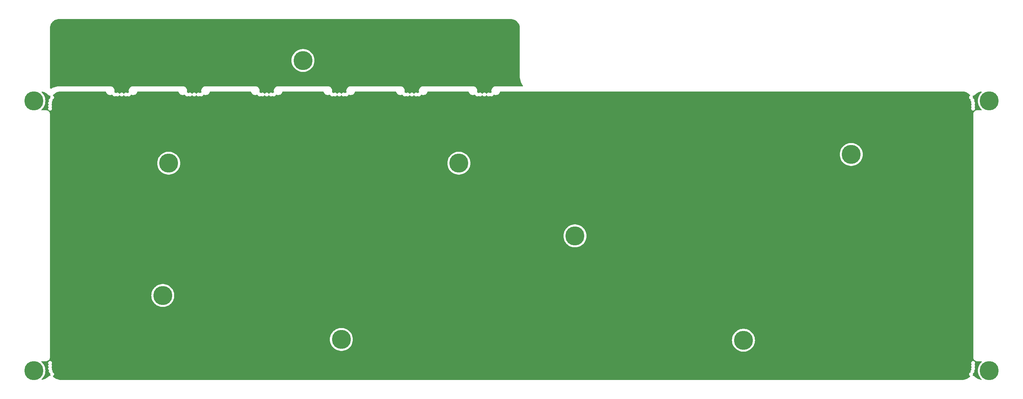
<source format=gbr>
%TF.GenerationSoftware,KiCad,Pcbnew,(7.0.0)*%
%TF.CreationDate,2023-05-06T02:31:29-05:00*%
%TF.ProjectId,Hull_V4N_Tray_Base,48756c6c-5f56-4344-9e5f-547261795f42,rev?*%
%TF.SameCoordinates,Original*%
%TF.FileFunction,Copper,L1,Top*%
%TF.FilePolarity,Positive*%
%FSLAX46Y46*%
G04 Gerber Fmt 4.6, Leading zero omitted, Abs format (unit mm)*
G04 Created by KiCad (PCBNEW (7.0.0)) date 2023-05-06 02:31:29*
%MOMM*%
%LPD*%
G01*
G04 APERTURE LIST*
%TA.AperFunction,WasherPad*%
%ADD10C,5.000000*%
%TD*%
G04 APERTURE END LIST*
D10*
%TO.P,,*%
%TO.N,*%
X202974795Y-124287900D03*
%TD*%
%TO.P,,*%
%TO.N,*%
X16637500Y-61412500D03*
%TD*%
%TO.P,,*%
%TO.N,*%
X52037503Y-77788001D03*
%TD*%
%TO.P,,*%
%TO.N,*%
X97387502Y-124087902D03*
%TD*%
%TO.P,,*%
%TO.N,*%
X231274795Y-75487999D03*
%TD*%
%TO.P,,*%
%TO.N,*%
X267525002Y-132262501D03*
%TD*%
%TO.P,,*%
%TO.N,*%
X158724796Y-96888001D03*
%TD*%
%TO.P,,*%
%TO.N,*%
X128237502Y-77788001D03*
%TD*%
%TO.P,,*%
%TO.N,*%
X50487503Y-112537900D03*
%TD*%
%TO.P,,*%
%TO.N,*%
X87312500Y-50800000D03*
%TD*%
%TO.P,,*%
%TO.N,*%
X267525001Y-61412501D03*
%TD*%
%TO.P,,*%
%TO.N,*%
X16637499Y-132262500D03*
%TD*%
%TA.AperFunction,NonConductor*%
G36*
X141791302Y-39888230D02*
G01*
X141819518Y-39889936D01*
X142078172Y-39905582D01*
X142093253Y-39907413D01*
X142372199Y-39958532D01*
X142386946Y-39962167D01*
X142657696Y-40046536D01*
X142671914Y-40051928D01*
X142930517Y-40168315D01*
X142943981Y-40175382D01*
X143186653Y-40322083D01*
X143199170Y-40330722D01*
X143342995Y-40443402D01*
X143422403Y-40505614D01*
X143433791Y-40515704D01*
X143634296Y-40716209D01*
X143644386Y-40727597D01*
X143819276Y-40950828D01*
X143827914Y-40963342D01*
X143872660Y-41037360D01*
X143974620Y-41206025D01*
X143981690Y-41219497D01*
X144098068Y-41478076D01*
X144103464Y-41492303D01*
X144187829Y-41763039D01*
X144191470Y-41777812D01*
X144242584Y-42056735D01*
X144244418Y-42071839D01*
X144261770Y-42358698D01*
X144262000Y-42366306D01*
X144262000Y-55022620D01*
X144261999Y-55022622D01*
X144261999Y-55022629D01*
X144261999Y-55022630D01*
X144261999Y-55062407D01*
X144261987Y-55062504D01*
X144261973Y-55062504D01*
X144261973Y-55062611D01*
X144261973Y-55062612D01*
X144261977Y-55235632D01*
X144261977Y-55235652D01*
X144261978Y-55238490D01*
X144262236Y-55241319D01*
X144262237Y-55241332D01*
X144291384Y-55560437D01*
X144293994Y-55589001D01*
X144357751Y-55935148D01*
X144358518Y-55937885D01*
X144358521Y-55937898D01*
X144451949Y-56271308D01*
X144451953Y-56271322D01*
X144452722Y-56274064D01*
X144578118Y-56602939D01*
X144579379Y-56605515D01*
X144579385Y-56605528D01*
X144688862Y-56829111D01*
X144732901Y-56919049D01*
X144915789Y-57219773D01*
X144917484Y-57222062D01*
X144917491Y-57222072D01*
X145041878Y-57390026D01*
X145066164Y-57454269D01*
X145053150Y-57521704D01*
X145006703Y-57572297D01*
X144940623Y-57591015D01*
X137977382Y-57591015D01*
X137937500Y-57591015D01*
X137837196Y-57591015D01*
X137831783Y-57591969D01*
X137831776Y-57591970D01*
X137645050Y-57624895D01*
X137645039Y-57624897D01*
X137639634Y-57625851D01*
X137634463Y-57627732D01*
X137634463Y-57627733D01*
X137456291Y-57692582D01*
X137456287Y-57692583D01*
X137451124Y-57694463D01*
X137446364Y-57697210D01*
X137446360Y-57697213D01*
X137282154Y-57792017D01*
X137282148Y-57792020D01*
X137277392Y-57794767D01*
X137273189Y-57798293D01*
X137273180Y-57798300D01*
X137127923Y-57920185D01*
X137127917Y-57920190D01*
X137123716Y-57923716D01*
X137120190Y-57927917D01*
X137120185Y-57927923D01*
X136998300Y-58073180D01*
X136998293Y-58073189D01*
X136994767Y-58077392D01*
X136992020Y-58082148D01*
X136992017Y-58082154D01*
X136897213Y-58246360D01*
X136894463Y-58251124D01*
X136825851Y-58439634D01*
X136824897Y-58445039D01*
X136824895Y-58445050D01*
X136791970Y-58631776D01*
X136791969Y-58631783D01*
X136791015Y-58637196D01*
X136791015Y-58737500D01*
X136791015Y-58777382D01*
X136791016Y-58777384D01*
X136791016Y-58837804D01*
X136791970Y-58843216D01*
X136791971Y-58843223D01*
X136823634Y-59022785D01*
X136825852Y-59035365D01*
X136836484Y-59064577D01*
X136840248Y-59074918D01*
X136847275Y-59129990D01*
X136829951Y-59182735D01*
X136791640Y-59222915D01*
X136739778Y-59242728D01*
X136653967Y-59255065D01*
X136653954Y-59255068D01*
X136645043Y-59256350D01*
X136636850Y-59260091D01*
X136636845Y-59260093D01*
X136522328Y-59312392D01*
X136522324Y-59312394D01*
X136514127Y-59316138D01*
X136507315Y-59322039D01*
X136507314Y-59322041D01*
X136500010Y-59328370D01*
X136447204Y-59355592D01*
X136387796Y-59355592D01*
X136334990Y-59328370D01*
X136327685Y-59322041D01*
X136320873Y-59316138D01*
X136312672Y-59312392D01*
X136312671Y-59312392D01*
X136198154Y-59260093D01*
X136198151Y-59260092D01*
X136189957Y-59256350D01*
X136181044Y-59255068D01*
X136181039Y-59255067D01*
X136087744Y-59241654D01*
X136087742Y-59241653D01*
X136083299Y-59241015D01*
X136011701Y-59241015D01*
X136007258Y-59241653D01*
X136007255Y-59241654D01*
X135913960Y-59255067D01*
X135913953Y-59255068D01*
X135905043Y-59256350D01*
X135896850Y-59260091D01*
X135896845Y-59260093D01*
X135782328Y-59312392D01*
X135782324Y-59312394D01*
X135774127Y-59316138D01*
X135767316Y-59322039D01*
X135767314Y-59322041D01*
X135672167Y-59404485D01*
X135672163Y-59404489D01*
X135665357Y-59410387D01*
X135660487Y-59417964D01*
X135660485Y-59417967D01*
X135598498Y-59514421D01*
X135552885Y-59556888D01*
X135492500Y-59572300D01*
X135432115Y-59556888D01*
X135386502Y-59514421D01*
X135329829Y-59426237D01*
X135319643Y-59410387D01*
X135309765Y-59401828D01*
X135256406Y-59355592D01*
X135210873Y-59316138D01*
X135202672Y-59312392D01*
X135202671Y-59312392D01*
X135088154Y-59260093D01*
X135088151Y-59260092D01*
X135079957Y-59256350D01*
X135071044Y-59255068D01*
X135071039Y-59255067D01*
X134977744Y-59241654D01*
X134977742Y-59241653D01*
X134973299Y-59241015D01*
X134901701Y-59241015D01*
X134897258Y-59241653D01*
X134897255Y-59241654D01*
X134803960Y-59255067D01*
X134803953Y-59255068D01*
X134795043Y-59256350D01*
X134786850Y-59260091D01*
X134786845Y-59260093D01*
X134672328Y-59312392D01*
X134672324Y-59312394D01*
X134664127Y-59316138D01*
X134657316Y-59322039D01*
X134657314Y-59322041D01*
X134562167Y-59404485D01*
X134562163Y-59404489D01*
X134555357Y-59410387D01*
X134550487Y-59417964D01*
X134550485Y-59417967D01*
X134488498Y-59514421D01*
X134442885Y-59556888D01*
X134382500Y-59572300D01*
X134322115Y-59556888D01*
X134276502Y-59514421D01*
X134219829Y-59426237D01*
X134209643Y-59410387D01*
X134199765Y-59401828D01*
X134146406Y-59355592D01*
X134100873Y-59316138D01*
X134092672Y-59312392D01*
X134092671Y-59312392D01*
X133978154Y-59260093D01*
X133978151Y-59260092D01*
X133969957Y-59256350D01*
X133961044Y-59255068D01*
X133961039Y-59255067D01*
X133867744Y-59241654D01*
X133867742Y-59241653D01*
X133863299Y-59241015D01*
X133791701Y-59241015D01*
X133787258Y-59241653D01*
X133787255Y-59241654D01*
X133693960Y-59255067D01*
X133693953Y-59255068D01*
X133685043Y-59256350D01*
X133676850Y-59260091D01*
X133676845Y-59260093D01*
X133562328Y-59312392D01*
X133562324Y-59312394D01*
X133554127Y-59316138D01*
X133547315Y-59322039D01*
X133547314Y-59322041D01*
X133540010Y-59328370D01*
X133487204Y-59355592D01*
X133427796Y-59355592D01*
X133374990Y-59328370D01*
X133367685Y-59322041D01*
X133360873Y-59316138D01*
X133352672Y-59312392D01*
X133352671Y-59312392D01*
X133238154Y-59260093D01*
X133238151Y-59260092D01*
X133229957Y-59256350D01*
X133221043Y-59255068D01*
X133221032Y-59255065D01*
X133135221Y-59242728D01*
X133083359Y-59222915D01*
X133045047Y-59182734D01*
X133027723Y-59129988D01*
X133034751Y-59074918D01*
X133049148Y-59035365D01*
X133083984Y-58837804D01*
X133083984Y-58777384D01*
X133083985Y-58777382D01*
X133083985Y-58737500D01*
X133083985Y-58637196D01*
X133049149Y-58439634D01*
X132980537Y-58251124D01*
X132880233Y-58077392D01*
X132808593Y-57992015D01*
X132754814Y-57927923D01*
X132751284Y-57923716D01*
X132747076Y-57920185D01*
X132601819Y-57798300D01*
X132601815Y-57798297D01*
X132597608Y-57794767D01*
X132423876Y-57694463D01*
X132235366Y-57625851D01*
X132229957Y-57624897D01*
X132229949Y-57624895D01*
X132043223Y-57591970D01*
X132043217Y-57591969D01*
X132037804Y-57591015D01*
X131960090Y-57591015D01*
X118927382Y-57591015D01*
X118887500Y-57591015D01*
X118787196Y-57591015D01*
X118781783Y-57591969D01*
X118781776Y-57591970D01*
X118595050Y-57624895D01*
X118595039Y-57624897D01*
X118589634Y-57625851D01*
X118584463Y-57627732D01*
X118584463Y-57627733D01*
X118406291Y-57692582D01*
X118406287Y-57692583D01*
X118401124Y-57694463D01*
X118396364Y-57697210D01*
X118396360Y-57697213D01*
X118232154Y-57792017D01*
X118232148Y-57792020D01*
X118227392Y-57794767D01*
X118223189Y-57798293D01*
X118223180Y-57798300D01*
X118077923Y-57920185D01*
X118077917Y-57920190D01*
X118073716Y-57923716D01*
X118070190Y-57927917D01*
X118070185Y-57927923D01*
X117948300Y-58073180D01*
X117948293Y-58073189D01*
X117944767Y-58077392D01*
X117942020Y-58082148D01*
X117942017Y-58082154D01*
X117847213Y-58246360D01*
X117844463Y-58251124D01*
X117775851Y-58439634D01*
X117774897Y-58445039D01*
X117774895Y-58445050D01*
X117741970Y-58631776D01*
X117741969Y-58631783D01*
X117741015Y-58637196D01*
X117741015Y-58737500D01*
X117741015Y-58777382D01*
X117741016Y-58777384D01*
X117741016Y-58837804D01*
X117741970Y-58843216D01*
X117741971Y-58843223D01*
X117773634Y-59022785D01*
X117775852Y-59035365D01*
X117786484Y-59064577D01*
X117790248Y-59074918D01*
X117797275Y-59129990D01*
X117779951Y-59182735D01*
X117741640Y-59222915D01*
X117689778Y-59242728D01*
X117603967Y-59255065D01*
X117603954Y-59255068D01*
X117595043Y-59256350D01*
X117586850Y-59260091D01*
X117586845Y-59260093D01*
X117472328Y-59312392D01*
X117472324Y-59312394D01*
X117464127Y-59316138D01*
X117457315Y-59322039D01*
X117457314Y-59322041D01*
X117450010Y-59328370D01*
X117397204Y-59355592D01*
X117337796Y-59355592D01*
X117284990Y-59328370D01*
X117277685Y-59322041D01*
X117270873Y-59316138D01*
X117262672Y-59312392D01*
X117262671Y-59312392D01*
X117148154Y-59260093D01*
X117148151Y-59260092D01*
X117139957Y-59256350D01*
X117131044Y-59255068D01*
X117131039Y-59255067D01*
X117037744Y-59241654D01*
X117037742Y-59241653D01*
X117033299Y-59241015D01*
X116961701Y-59241015D01*
X116957258Y-59241653D01*
X116957255Y-59241654D01*
X116863960Y-59255067D01*
X116863953Y-59255068D01*
X116855043Y-59256350D01*
X116846850Y-59260091D01*
X116846845Y-59260093D01*
X116732328Y-59312392D01*
X116732324Y-59312394D01*
X116724127Y-59316138D01*
X116717316Y-59322039D01*
X116717314Y-59322041D01*
X116622167Y-59404485D01*
X116622163Y-59404489D01*
X116615357Y-59410387D01*
X116610487Y-59417964D01*
X116610485Y-59417967D01*
X116548498Y-59514421D01*
X116502885Y-59556888D01*
X116442500Y-59572300D01*
X116382115Y-59556888D01*
X116336502Y-59514421D01*
X116279829Y-59426237D01*
X116269643Y-59410387D01*
X116259765Y-59401828D01*
X116206406Y-59355592D01*
X116160873Y-59316138D01*
X116152672Y-59312392D01*
X116152671Y-59312392D01*
X116038154Y-59260093D01*
X116038151Y-59260092D01*
X116029957Y-59256350D01*
X116021044Y-59255068D01*
X116021039Y-59255067D01*
X115927744Y-59241654D01*
X115927742Y-59241653D01*
X115923299Y-59241015D01*
X115851701Y-59241015D01*
X115847258Y-59241653D01*
X115847255Y-59241654D01*
X115753960Y-59255067D01*
X115753953Y-59255068D01*
X115745043Y-59256350D01*
X115736850Y-59260091D01*
X115736845Y-59260093D01*
X115622328Y-59312392D01*
X115622324Y-59312394D01*
X115614127Y-59316138D01*
X115607316Y-59322039D01*
X115607314Y-59322041D01*
X115512167Y-59404485D01*
X115512163Y-59404489D01*
X115505357Y-59410387D01*
X115500487Y-59417964D01*
X115500485Y-59417967D01*
X115438498Y-59514421D01*
X115392885Y-59556888D01*
X115332500Y-59572300D01*
X115272115Y-59556888D01*
X115226502Y-59514421D01*
X115169829Y-59426237D01*
X115159643Y-59410387D01*
X115149765Y-59401828D01*
X115096406Y-59355592D01*
X115050873Y-59316138D01*
X115042672Y-59312392D01*
X115042671Y-59312392D01*
X114928154Y-59260093D01*
X114928151Y-59260092D01*
X114919957Y-59256350D01*
X114911044Y-59255068D01*
X114911039Y-59255067D01*
X114817744Y-59241654D01*
X114817742Y-59241653D01*
X114813299Y-59241015D01*
X114741701Y-59241015D01*
X114737258Y-59241653D01*
X114737255Y-59241654D01*
X114643960Y-59255067D01*
X114643953Y-59255068D01*
X114635043Y-59256350D01*
X114626850Y-59260091D01*
X114626845Y-59260093D01*
X114512328Y-59312392D01*
X114512324Y-59312394D01*
X114504127Y-59316138D01*
X114497315Y-59322039D01*
X114497314Y-59322041D01*
X114490010Y-59328370D01*
X114437204Y-59355592D01*
X114377796Y-59355592D01*
X114324990Y-59328370D01*
X114317685Y-59322041D01*
X114310873Y-59316138D01*
X114302672Y-59312392D01*
X114302671Y-59312392D01*
X114188154Y-59260093D01*
X114188151Y-59260092D01*
X114179957Y-59256350D01*
X114171043Y-59255068D01*
X114171032Y-59255065D01*
X114085221Y-59242728D01*
X114033359Y-59222915D01*
X113995047Y-59182734D01*
X113977723Y-59129988D01*
X113984751Y-59074918D01*
X113999148Y-59035365D01*
X114033984Y-58837804D01*
X114033984Y-58777384D01*
X114033985Y-58777382D01*
X114033985Y-58737500D01*
X114033985Y-58637196D01*
X113999149Y-58439634D01*
X113930537Y-58251124D01*
X113830233Y-58077392D01*
X113758593Y-57992015D01*
X113704814Y-57927923D01*
X113701284Y-57923716D01*
X113697076Y-57920185D01*
X113551819Y-57798300D01*
X113551815Y-57798297D01*
X113547608Y-57794767D01*
X113373876Y-57694463D01*
X113185366Y-57625851D01*
X113179957Y-57624897D01*
X113179949Y-57624895D01*
X112993223Y-57591970D01*
X112993217Y-57591969D01*
X112987804Y-57591015D01*
X112910090Y-57591015D01*
X99877382Y-57591015D01*
X99837500Y-57591015D01*
X99737196Y-57591015D01*
X99731783Y-57591969D01*
X99731776Y-57591970D01*
X99545050Y-57624895D01*
X99545039Y-57624897D01*
X99539634Y-57625851D01*
X99534463Y-57627732D01*
X99534463Y-57627733D01*
X99356291Y-57692582D01*
X99356287Y-57692583D01*
X99351124Y-57694463D01*
X99346364Y-57697210D01*
X99346360Y-57697213D01*
X99182154Y-57792017D01*
X99182148Y-57792020D01*
X99177392Y-57794767D01*
X99173189Y-57798293D01*
X99173180Y-57798300D01*
X99027923Y-57920185D01*
X99027917Y-57920190D01*
X99023716Y-57923716D01*
X99020190Y-57927917D01*
X99020185Y-57927923D01*
X98898300Y-58073180D01*
X98898293Y-58073189D01*
X98894767Y-58077392D01*
X98892020Y-58082148D01*
X98892017Y-58082154D01*
X98797213Y-58246360D01*
X98794463Y-58251124D01*
X98725851Y-58439634D01*
X98724897Y-58445039D01*
X98724895Y-58445050D01*
X98691970Y-58631776D01*
X98691969Y-58631783D01*
X98691015Y-58637196D01*
X98691015Y-58737500D01*
X98691015Y-58777382D01*
X98691016Y-58777384D01*
X98691016Y-58837804D01*
X98691970Y-58843216D01*
X98691971Y-58843223D01*
X98723634Y-59022785D01*
X98725852Y-59035365D01*
X98736484Y-59064577D01*
X98740248Y-59074918D01*
X98747275Y-59129990D01*
X98729951Y-59182735D01*
X98691640Y-59222915D01*
X98639778Y-59242728D01*
X98553967Y-59255065D01*
X98553954Y-59255068D01*
X98545043Y-59256350D01*
X98536850Y-59260091D01*
X98536845Y-59260093D01*
X98422328Y-59312392D01*
X98422324Y-59312394D01*
X98414127Y-59316138D01*
X98407315Y-59322039D01*
X98407314Y-59322041D01*
X98400010Y-59328370D01*
X98347204Y-59355592D01*
X98287796Y-59355592D01*
X98234990Y-59328370D01*
X98227685Y-59322041D01*
X98220873Y-59316138D01*
X98212672Y-59312392D01*
X98212671Y-59312392D01*
X98098154Y-59260093D01*
X98098151Y-59260092D01*
X98089957Y-59256350D01*
X98081044Y-59255068D01*
X98081039Y-59255067D01*
X97987744Y-59241654D01*
X97987742Y-59241653D01*
X97983299Y-59241015D01*
X97911701Y-59241015D01*
X97907258Y-59241653D01*
X97907255Y-59241654D01*
X97813960Y-59255067D01*
X97813953Y-59255068D01*
X97805043Y-59256350D01*
X97796850Y-59260091D01*
X97796845Y-59260093D01*
X97682328Y-59312392D01*
X97682324Y-59312394D01*
X97674127Y-59316138D01*
X97667316Y-59322039D01*
X97667314Y-59322041D01*
X97572167Y-59404485D01*
X97572163Y-59404489D01*
X97565357Y-59410387D01*
X97560487Y-59417964D01*
X97560485Y-59417967D01*
X97498498Y-59514421D01*
X97452885Y-59556888D01*
X97392500Y-59572300D01*
X97332115Y-59556888D01*
X97286502Y-59514421D01*
X97229829Y-59426237D01*
X97219643Y-59410387D01*
X97209765Y-59401828D01*
X97156406Y-59355592D01*
X97110873Y-59316138D01*
X97102672Y-59312392D01*
X97102671Y-59312392D01*
X96988154Y-59260093D01*
X96988151Y-59260092D01*
X96979957Y-59256350D01*
X96971044Y-59255068D01*
X96971039Y-59255067D01*
X96877744Y-59241654D01*
X96877742Y-59241653D01*
X96873299Y-59241015D01*
X96801701Y-59241015D01*
X96797258Y-59241653D01*
X96797255Y-59241654D01*
X96703960Y-59255067D01*
X96703953Y-59255068D01*
X96695043Y-59256350D01*
X96686850Y-59260091D01*
X96686845Y-59260093D01*
X96572328Y-59312392D01*
X96572324Y-59312394D01*
X96564127Y-59316138D01*
X96557316Y-59322039D01*
X96557314Y-59322041D01*
X96462167Y-59404485D01*
X96462163Y-59404489D01*
X96455357Y-59410387D01*
X96450487Y-59417964D01*
X96450485Y-59417967D01*
X96388498Y-59514421D01*
X96342885Y-59556888D01*
X96282500Y-59572300D01*
X96222115Y-59556888D01*
X96176502Y-59514421D01*
X96119829Y-59426237D01*
X96109643Y-59410387D01*
X96099765Y-59401828D01*
X96046406Y-59355592D01*
X96000873Y-59316138D01*
X95992672Y-59312392D01*
X95992671Y-59312392D01*
X95878154Y-59260093D01*
X95878151Y-59260092D01*
X95869957Y-59256350D01*
X95861044Y-59255068D01*
X95861039Y-59255067D01*
X95767744Y-59241654D01*
X95767742Y-59241653D01*
X95763299Y-59241015D01*
X95691701Y-59241015D01*
X95687258Y-59241653D01*
X95687255Y-59241654D01*
X95593960Y-59255067D01*
X95593953Y-59255068D01*
X95585043Y-59256350D01*
X95576850Y-59260091D01*
X95576845Y-59260093D01*
X95462328Y-59312392D01*
X95462324Y-59312394D01*
X95454127Y-59316138D01*
X95447315Y-59322039D01*
X95447314Y-59322041D01*
X95440010Y-59328370D01*
X95387204Y-59355592D01*
X95327796Y-59355592D01*
X95274990Y-59328370D01*
X95267685Y-59322041D01*
X95260873Y-59316138D01*
X95252672Y-59312392D01*
X95252671Y-59312392D01*
X95138154Y-59260093D01*
X95138151Y-59260092D01*
X95129957Y-59256350D01*
X95121043Y-59255068D01*
X95121032Y-59255065D01*
X95035221Y-59242728D01*
X94983359Y-59222915D01*
X94945047Y-59182734D01*
X94927723Y-59129988D01*
X94934751Y-59074918D01*
X94949148Y-59035365D01*
X94983984Y-58837804D01*
X94983984Y-58777384D01*
X94983985Y-58777382D01*
X94983985Y-58737500D01*
X94983985Y-58637196D01*
X94949149Y-58439634D01*
X94880537Y-58251124D01*
X94780233Y-58077392D01*
X94708593Y-57992015D01*
X94654814Y-57927923D01*
X94651284Y-57923716D01*
X94647076Y-57920185D01*
X94501819Y-57798300D01*
X94501815Y-57798297D01*
X94497608Y-57794767D01*
X94323876Y-57694463D01*
X94135366Y-57625851D01*
X94129957Y-57624897D01*
X94129949Y-57624895D01*
X93943223Y-57591970D01*
X93943217Y-57591969D01*
X93937804Y-57591015D01*
X93860090Y-57591015D01*
X80827382Y-57591015D01*
X80787500Y-57591015D01*
X80687196Y-57591015D01*
X80681783Y-57591969D01*
X80681776Y-57591970D01*
X80495050Y-57624895D01*
X80495039Y-57624897D01*
X80489634Y-57625851D01*
X80484463Y-57627732D01*
X80484463Y-57627733D01*
X80306291Y-57692582D01*
X80306287Y-57692583D01*
X80301124Y-57694463D01*
X80296364Y-57697210D01*
X80296360Y-57697213D01*
X80132154Y-57792017D01*
X80132148Y-57792020D01*
X80127392Y-57794767D01*
X80123189Y-57798293D01*
X80123180Y-57798300D01*
X79977923Y-57920185D01*
X79977917Y-57920190D01*
X79973716Y-57923716D01*
X79970190Y-57927917D01*
X79970185Y-57927923D01*
X79848300Y-58073180D01*
X79848293Y-58073189D01*
X79844767Y-58077392D01*
X79842020Y-58082148D01*
X79842017Y-58082154D01*
X79747213Y-58246360D01*
X79744463Y-58251124D01*
X79675851Y-58439634D01*
X79674897Y-58445039D01*
X79674895Y-58445050D01*
X79641970Y-58631776D01*
X79641969Y-58631783D01*
X79641015Y-58637196D01*
X79641015Y-58737500D01*
X79641015Y-58777382D01*
X79641016Y-58777384D01*
X79641016Y-58837804D01*
X79641970Y-58843216D01*
X79641971Y-58843223D01*
X79673634Y-59022785D01*
X79675852Y-59035365D01*
X79686484Y-59064577D01*
X79690248Y-59074918D01*
X79697275Y-59129990D01*
X79679951Y-59182735D01*
X79641640Y-59222915D01*
X79589778Y-59242728D01*
X79503967Y-59255065D01*
X79503954Y-59255068D01*
X79495043Y-59256350D01*
X79486850Y-59260091D01*
X79486845Y-59260093D01*
X79372328Y-59312392D01*
X79372324Y-59312394D01*
X79364127Y-59316138D01*
X79357315Y-59322039D01*
X79357314Y-59322041D01*
X79350010Y-59328370D01*
X79297204Y-59355592D01*
X79237796Y-59355592D01*
X79184990Y-59328370D01*
X79177685Y-59322041D01*
X79170873Y-59316138D01*
X79162672Y-59312392D01*
X79162671Y-59312392D01*
X79048154Y-59260093D01*
X79048151Y-59260092D01*
X79039957Y-59256350D01*
X79031044Y-59255068D01*
X79031039Y-59255067D01*
X78937744Y-59241654D01*
X78937742Y-59241653D01*
X78933299Y-59241015D01*
X78861701Y-59241015D01*
X78857258Y-59241653D01*
X78857255Y-59241654D01*
X78763960Y-59255067D01*
X78763953Y-59255068D01*
X78755043Y-59256350D01*
X78746850Y-59260091D01*
X78746845Y-59260093D01*
X78632328Y-59312392D01*
X78632324Y-59312394D01*
X78624127Y-59316138D01*
X78617316Y-59322039D01*
X78617314Y-59322041D01*
X78522167Y-59404485D01*
X78522163Y-59404489D01*
X78515357Y-59410387D01*
X78510487Y-59417964D01*
X78510485Y-59417967D01*
X78448498Y-59514421D01*
X78402885Y-59556888D01*
X78342500Y-59572300D01*
X78282115Y-59556888D01*
X78236502Y-59514421D01*
X78179829Y-59426237D01*
X78169643Y-59410387D01*
X78159765Y-59401828D01*
X78106406Y-59355592D01*
X78060873Y-59316138D01*
X78052672Y-59312392D01*
X78052671Y-59312392D01*
X77938154Y-59260093D01*
X77938151Y-59260092D01*
X77929957Y-59256350D01*
X77921044Y-59255068D01*
X77921039Y-59255067D01*
X77827744Y-59241654D01*
X77827742Y-59241653D01*
X77823299Y-59241015D01*
X77751701Y-59241015D01*
X77747258Y-59241653D01*
X77747255Y-59241654D01*
X77653960Y-59255067D01*
X77653953Y-59255068D01*
X77645043Y-59256350D01*
X77636850Y-59260091D01*
X77636845Y-59260093D01*
X77522328Y-59312392D01*
X77522324Y-59312394D01*
X77514127Y-59316138D01*
X77507316Y-59322039D01*
X77507314Y-59322041D01*
X77412167Y-59404485D01*
X77412163Y-59404489D01*
X77405357Y-59410387D01*
X77400487Y-59417964D01*
X77400485Y-59417967D01*
X77338498Y-59514421D01*
X77292885Y-59556888D01*
X77232500Y-59572300D01*
X77172115Y-59556888D01*
X77126502Y-59514421D01*
X77069829Y-59426237D01*
X77059643Y-59410387D01*
X77049765Y-59401828D01*
X76996406Y-59355592D01*
X76950873Y-59316138D01*
X76942672Y-59312392D01*
X76942671Y-59312392D01*
X76828154Y-59260093D01*
X76828151Y-59260092D01*
X76819957Y-59256350D01*
X76811044Y-59255068D01*
X76811039Y-59255067D01*
X76717744Y-59241654D01*
X76717742Y-59241653D01*
X76713299Y-59241015D01*
X76641701Y-59241015D01*
X76637258Y-59241653D01*
X76637255Y-59241654D01*
X76543960Y-59255067D01*
X76543953Y-59255068D01*
X76535043Y-59256350D01*
X76526850Y-59260091D01*
X76526845Y-59260093D01*
X76412328Y-59312392D01*
X76412324Y-59312394D01*
X76404127Y-59316138D01*
X76397315Y-59322039D01*
X76397314Y-59322041D01*
X76390010Y-59328370D01*
X76337204Y-59355592D01*
X76277796Y-59355592D01*
X76224990Y-59328370D01*
X76217685Y-59322041D01*
X76210873Y-59316138D01*
X76202672Y-59312392D01*
X76202671Y-59312392D01*
X76088154Y-59260093D01*
X76088151Y-59260092D01*
X76079957Y-59256350D01*
X76071043Y-59255068D01*
X76071032Y-59255065D01*
X75985221Y-59242728D01*
X75933359Y-59222915D01*
X75895047Y-59182734D01*
X75877723Y-59129988D01*
X75884751Y-59074918D01*
X75899148Y-59035365D01*
X75933984Y-58837804D01*
X75933984Y-58777384D01*
X75933985Y-58777382D01*
X75933985Y-58737500D01*
X75933985Y-58637196D01*
X75899149Y-58439634D01*
X75830537Y-58251124D01*
X75730233Y-58077392D01*
X75658593Y-57992015D01*
X75604814Y-57927923D01*
X75601284Y-57923716D01*
X75597076Y-57920185D01*
X75451819Y-57798300D01*
X75451815Y-57798297D01*
X75447608Y-57794767D01*
X75273876Y-57694463D01*
X75085366Y-57625851D01*
X75079957Y-57624897D01*
X75079949Y-57624895D01*
X74893223Y-57591970D01*
X74893217Y-57591969D01*
X74887804Y-57591015D01*
X74810090Y-57591015D01*
X61777382Y-57591015D01*
X61737500Y-57591015D01*
X61637196Y-57591015D01*
X61631783Y-57591969D01*
X61631776Y-57591970D01*
X61445050Y-57624895D01*
X61445039Y-57624897D01*
X61439634Y-57625851D01*
X61434463Y-57627732D01*
X61434463Y-57627733D01*
X61256291Y-57692582D01*
X61256287Y-57692583D01*
X61251124Y-57694463D01*
X61246364Y-57697210D01*
X61246360Y-57697213D01*
X61082154Y-57792017D01*
X61082148Y-57792020D01*
X61077392Y-57794767D01*
X61073189Y-57798293D01*
X61073180Y-57798300D01*
X60927923Y-57920185D01*
X60927917Y-57920190D01*
X60923716Y-57923716D01*
X60920190Y-57927917D01*
X60920185Y-57927923D01*
X60798300Y-58073180D01*
X60798293Y-58073189D01*
X60794767Y-58077392D01*
X60792020Y-58082148D01*
X60792017Y-58082154D01*
X60697213Y-58246360D01*
X60694463Y-58251124D01*
X60625851Y-58439634D01*
X60624897Y-58445039D01*
X60624895Y-58445050D01*
X60591970Y-58631776D01*
X60591969Y-58631783D01*
X60591015Y-58637196D01*
X60591015Y-58737500D01*
X60591015Y-58777382D01*
X60591016Y-58777384D01*
X60591016Y-58837804D01*
X60591970Y-58843216D01*
X60591971Y-58843223D01*
X60623634Y-59022785D01*
X60625852Y-59035365D01*
X60636484Y-59064577D01*
X60640248Y-59074918D01*
X60647275Y-59129990D01*
X60629951Y-59182735D01*
X60591640Y-59222915D01*
X60539778Y-59242728D01*
X60453967Y-59255065D01*
X60453954Y-59255068D01*
X60445043Y-59256350D01*
X60436850Y-59260091D01*
X60436845Y-59260093D01*
X60322328Y-59312392D01*
X60322324Y-59312394D01*
X60314127Y-59316138D01*
X60307315Y-59322039D01*
X60307314Y-59322041D01*
X60300010Y-59328370D01*
X60247204Y-59355592D01*
X60187796Y-59355592D01*
X60134990Y-59328370D01*
X60127685Y-59322041D01*
X60120873Y-59316138D01*
X60112672Y-59312392D01*
X60112671Y-59312392D01*
X59998154Y-59260093D01*
X59998151Y-59260092D01*
X59989957Y-59256350D01*
X59981044Y-59255068D01*
X59981039Y-59255067D01*
X59887744Y-59241654D01*
X59887742Y-59241653D01*
X59883299Y-59241015D01*
X59811701Y-59241015D01*
X59807258Y-59241653D01*
X59807255Y-59241654D01*
X59713960Y-59255067D01*
X59713953Y-59255068D01*
X59705043Y-59256350D01*
X59696850Y-59260091D01*
X59696845Y-59260093D01*
X59582328Y-59312392D01*
X59582324Y-59312394D01*
X59574127Y-59316138D01*
X59567316Y-59322039D01*
X59567314Y-59322041D01*
X59472167Y-59404485D01*
X59472163Y-59404489D01*
X59465357Y-59410387D01*
X59460487Y-59417964D01*
X59460485Y-59417967D01*
X59398498Y-59514421D01*
X59352885Y-59556888D01*
X59292500Y-59572300D01*
X59232115Y-59556888D01*
X59186502Y-59514421D01*
X59129829Y-59426237D01*
X59119643Y-59410387D01*
X59109765Y-59401828D01*
X59056406Y-59355592D01*
X59010873Y-59316138D01*
X59002672Y-59312392D01*
X59002671Y-59312392D01*
X58888154Y-59260093D01*
X58888151Y-59260092D01*
X58879957Y-59256350D01*
X58871044Y-59255068D01*
X58871039Y-59255067D01*
X58777744Y-59241654D01*
X58777742Y-59241653D01*
X58773299Y-59241015D01*
X58701701Y-59241015D01*
X58697258Y-59241653D01*
X58697255Y-59241654D01*
X58603960Y-59255067D01*
X58603953Y-59255068D01*
X58595043Y-59256350D01*
X58586850Y-59260091D01*
X58586845Y-59260093D01*
X58472328Y-59312392D01*
X58472324Y-59312394D01*
X58464127Y-59316138D01*
X58457316Y-59322039D01*
X58457314Y-59322041D01*
X58362167Y-59404485D01*
X58362163Y-59404489D01*
X58355357Y-59410387D01*
X58350487Y-59417964D01*
X58350485Y-59417967D01*
X58288498Y-59514421D01*
X58242885Y-59556888D01*
X58182500Y-59572300D01*
X58122115Y-59556888D01*
X58076502Y-59514421D01*
X58019829Y-59426237D01*
X58009643Y-59410387D01*
X57999765Y-59401828D01*
X57946406Y-59355592D01*
X57900873Y-59316138D01*
X57892672Y-59312392D01*
X57892671Y-59312392D01*
X57778154Y-59260093D01*
X57778151Y-59260092D01*
X57769957Y-59256350D01*
X57761044Y-59255068D01*
X57761039Y-59255067D01*
X57667744Y-59241654D01*
X57667742Y-59241653D01*
X57663299Y-59241015D01*
X57591701Y-59241015D01*
X57587258Y-59241653D01*
X57587255Y-59241654D01*
X57493960Y-59255067D01*
X57493953Y-59255068D01*
X57485043Y-59256350D01*
X57476850Y-59260091D01*
X57476845Y-59260093D01*
X57362328Y-59312392D01*
X57362324Y-59312394D01*
X57354127Y-59316138D01*
X57347315Y-59322039D01*
X57347314Y-59322041D01*
X57340010Y-59328370D01*
X57287204Y-59355592D01*
X57227796Y-59355592D01*
X57174990Y-59328370D01*
X57167685Y-59322041D01*
X57160873Y-59316138D01*
X57152672Y-59312392D01*
X57152671Y-59312392D01*
X57038154Y-59260093D01*
X57038151Y-59260092D01*
X57029957Y-59256350D01*
X57021043Y-59255068D01*
X57021032Y-59255065D01*
X56935221Y-59242728D01*
X56883359Y-59222915D01*
X56845047Y-59182734D01*
X56827723Y-59129988D01*
X56834751Y-59074918D01*
X56849148Y-59035365D01*
X56883984Y-58837804D01*
X56883984Y-58777384D01*
X56883985Y-58777382D01*
X56883985Y-58737500D01*
X56883985Y-58637196D01*
X56849149Y-58439634D01*
X56780537Y-58251124D01*
X56680233Y-58077392D01*
X56608593Y-57992015D01*
X56554814Y-57927923D01*
X56551284Y-57923716D01*
X56547076Y-57920185D01*
X56401819Y-57798300D01*
X56401815Y-57798297D01*
X56397608Y-57794767D01*
X56223876Y-57694463D01*
X56035366Y-57625851D01*
X56029957Y-57624897D01*
X56029949Y-57624895D01*
X55843223Y-57591970D01*
X55843217Y-57591969D01*
X55837804Y-57591015D01*
X55760090Y-57591015D01*
X42727382Y-57591015D01*
X42687500Y-57591015D01*
X42587196Y-57591015D01*
X42581783Y-57591969D01*
X42581776Y-57591970D01*
X42395050Y-57624895D01*
X42395039Y-57624897D01*
X42389634Y-57625851D01*
X42384463Y-57627732D01*
X42384463Y-57627733D01*
X42206291Y-57692582D01*
X42206287Y-57692583D01*
X42201124Y-57694463D01*
X42196364Y-57697210D01*
X42196360Y-57697213D01*
X42032154Y-57792017D01*
X42032148Y-57792020D01*
X42027392Y-57794767D01*
X42023189Y-57798293D01*
X42023180Y-57798300D01*
X41877923Y-57920185D01*
X41877917Y-57920190D01*
X41873716Y-57923716D01*
X41870190Y-57927917D01*
X41870185Y-57927923D01*
X41748300Y-58073180D01*
X41748293Y-58073189D01*
X41744767Y-58077392D01*
X41742020Y-58082148D01*
X41742017Y-58082154D01*
X41647213Y-58246360D01*
X41644463Y-58251124D01*
X41575851Y-58439634D01*
X41574897Y-58445039D01*
X41574895Y-58445050D01*
X41541970Y-58631776D01*
X41541969Y-58631783D01*
X41541015Y-58637196D01*
X41541015Y-58737500D01*
X41541015Y-58777382D01*
X41541016Y-58777384D01*
X41541016Y-58837804D01*
X41541970Y-58843216D01*
X41541971Y-58843223D01*
X41573634Y-59022785D01*
X41575852Y-59035365D01*
X41586484Y-59064577D01*
X41590248Y-59074918D01*
X41597275Y-59129990D01*
X41579951Y-59182735D01*
X41541640Y-59222915D01*
X41489778Y-59242728D01*
X41403967Y-59255065D01*
X41403954Y-59255068D01*
X41395043Y-59256350D01*
X41386850Y-59260091D01*
X41386845Y-59260093D01*
X41272328Y-59312392D01*
X41272324Y-59312394D01*
X41264127Y-59316138D01*
X41257315Y-59322039D01*
X41257314Y-59322041D01*
X41250010Y-59328370D01*
X41197204Y-59355592D01*
X41137796Y-59355592D01*
X41084990Y-59328370D01*
X41077685Y-59322041D01*
X41070873Y-59316138D01*
X41062672Y-59312392D01*
X41062671Y-59312392D01*
X40948154Y-59260093D01*
X40948151Y-59260092D01*
X40939957Y-59256350D01*
X40931044Y-59255068D01*
X40931039Y-59255067D01*
X40837744Y-59241654D01*
X40837742Y-59241653D01*
X40833299Y-59241015D01*
X40761701Y-59241015D01*
X40757258Y-59241653D01*
X40757255Y-59241654D01*
X40663960Y-59255067D01*
X40663953Y-59255068D01*
X40655043Y-59256350D01*
X40646850Y-59260091D01*
X40646845Y-59260093D01*
X40532328Y-59312392D01*
X40532324Y-59312394D01*
X40524127Y-59316138D01*
X40517316Y-59322039D01*
X40517314Y-59322041D01*
X40422167Y-59404485D01*
X40422163Y-59404489D01*
X40415357Y-59410387D01*
X40410487Y-59417964D01*
X40410485Y-59417967D01*
X40348498Y-59514421D01*
X40302885Y-59556888D01*
X40242500Y-59572300D01*
X40182115Y-59556888D01*
X40136502Y-59514421D01*
X40079829Y-59426237D01*
X40069643Y-59410387D01*
X40059765Y-59401828D01*
X40006406Y-59355592D01*
X39960873Y-59316138D01*
X39952672Y-59312392D01*
X39952671Y-59312392D01*
X39838154Y-59260093D01*
X39838151Y-59260092D01*
X39829957Y-59256350D01*
X39821044Y-59255068D01*
X39821039Y-59255067D01*
X39727744Y-59241654D01*
X39727742Y-59241653D01*
X39723299Y-59241015D01*
X39651701Y-59241015D01*
X39647258Y-59241653D01*
X39647255Y-59241654D01*
X39553960Y-59255067D01*
X39553953Y-59255068D01*
X39545043Y-59256350D01*
X39536850Y-59260091D01*
X39536845Y-59260093D01*
X39422328Y-59312392D01*
X39422324Y-59312394D01*
X39414127Y-59316138D01*
X39407316Y-59322039D01*
X39407314Y-59322041D01*
X39312167Y-59404485D01*
X39312163Y-59404489D01*
X39305357Y-59410387D01*
X39300487Y-59417964D01*
X39300485Y-59417967D01*
X39238498Y-59514421D01*
X39192885Y-59556888D01*
X39132500Y-59572300D01*
X39072115Y-59556888D01*
X39026502Y-59514421D01*
X38969829Y-59426237D01*
X38959643Y-59410387D01*
X38949765Y-59401828D01*
X38896406Y-59355592D01*
X38850873Y-59316138D01*
X38842672Y-59312392D01*
X38842671Y-59312392D01*
X38728154Y-59260093D01*
X38728151Y-59260092D01*
X38719957Y-59256350D01*
X38711044Y-59255068D01*
X38711039Y-59255067D01*
X38617744Y-59241654D01*
X38617742Y-59241653D01*
X38613299Y-59241015D01*
X38541701Y-59241015D01*
X38537258Y-59241653D01*
X38537255Y-59241654D01*
X38443960Y-59255067D01*
X38443953Y-59255068D01*
X38435043Y-59256350D01*
X38426850Y-59260091D01*
X38426845Y-59260093D01*
X38312328Y-59312392D01*
X38312324Y-59312394D01*
X38304127Y-59316138D01*
X38297315Y-59322039D01*
X38297314Y-59322041D01*
X38290010Y-59328370D01*
X38237204Y-59355592D01*
X38177796Y-59355592D01*
X38124990Y-59328370D01*
X38117685Y-59322041D01*
X38110873Y-59316138D01*
X38102672Y-59312392D01*
X38102671Y-59312392D01*
X37988154Y-59260093D01*
X37988151Y-59260092D01*
X37979957Y-59256350D01*
X37971043Y-59255068D01*
X37971032Y-59255065D01*
X37885222Y-59242728D01*
X37833360Y-59222915D01*
X37795048Y-59182734D01*
X37777724Y-59129987D01*
X37784752Y-59074918D01*
X37799149Y-59035365D01*
X37833985Y-58837804D01*
X37833985Y-58737500D01*
X37833985Y-58697618D01*
X37833985Y-58697617D01*
X37833985Y-58637196D01*
X37799149Y-58439634D01*
X37730537Y-58251124D01*
X37630233Y-58077392D01*
X37558593Y-57992015D01*
X37504814Y-57927923D01*
X37501284Y-57923716D01*
X37497076Y-57920185D01*
X37351819Y-57798300D01*
X37351815Y-57798297D01*
X37347608Y-57794767D01*
X37173876Y-57694463D01*
X36985366Y-57625851D01*
X36979957Y-57624897D01*
X36979949Y-57624895D01*
X36793223Y-57591970D01*
X36793217Y-57591969D01*
X36787804Y-57591015D01*
X36782300Y-57591015D01*
X23367580Y-57591015D01*
X23366901Y-57591013D01*
X23209532Y-57590165D01*
X23209524Y-57590165D01*
X23206877Y-57590151D01*
X23204239Y-57590358D01*
X23204235Y-57590359D01*
X22888987Y-57615198D01*
X22888966Y-57615200D01*
X22886333Y-57615408D01*
X22883721Y-57615837D01*
X22883698Y-57615840D01*
X22571679Y-57667117D01*
X22571676Y-57667117D01*
X22569051Y-57667549D01*
X22566500Y-57668192D01*
X22566474Y-57668198D01*
X22259847Y-57745559D01*
X22257283Y-57746206D01*
X22254795Y-57747061D01*
X22254785Y-57747065D01*
X21955731Y-57849962D01*
X21955712Y-57849969D01*
X21953240Y-57850820D01*
X21950838Y-57851880D01*
X21950823Y-57851886D01*
X21661498Y-57979580D01*
X21661479Y-57979588D01*
X21659078Y-57980649D01*
X21656759Y-57981915D01*
X21656758Y-57981916D01*
X21379193Y-58133511D01*
X21379175Y-58133521D01*
X21376886Y-58134772D01*
X21374701Y-58136215D01*
X21374679Y-58136229D01*
X21283616Y-58196400D01*
X21244233Y-58213633D01*
X21197471Y-58225128D01*
X21157498Y-58228382D01*
X21098065Y-58223700D01*
X21059092Y-58214226D01*
X21004144Y-58191105D01*
X20970123Y-58169865D01*
X20925224Y-58130647D01*
X20899602Y-58099792D01*
X20883896Y-58073180D01*
X20869299Y-58048447D01*
X20854673Y-58011107D01*
X20840861Y-57947401D01*
X20838000Y-57920704D01*
X20838000Y-50800000D01*
X84298901Y-50800000D01*
X84319278Y-51149857D01*
X84319912Y-51153452D01*
X84319913Y-51153461D01*
X84379495Y-51491371D01*
X84379498Y-51491386D01*
X84380133Y-51494984D01*
X84480643Y-51830712D01*
X84619450Y-52152501D01*
X84794675Y-52456000D01*
X85003949Y-52737104D01*
X85244443Y-52992012D01*
X85512903Y-53217278D01*
X85805700Y-53409853D01*
X86118874Y-53567135D01*
X86448190Y-53686996D01*
X86789194Y-53767816D01*
X87137275Y-53808500D01*
X87484055Y-53808500D01*
X87487725Y-53808500D01*
X87835806Y-53767816D01*
X88176810Y-53686996D01*
X88506126Y-53567135D01*
X88819300Y-53409853D01*
X89112097Y-53217278D01*
X89380557Y-52992012D01*
X89621051Y-52737104D01*
X89830325Y-52456000D01*
X90005550Y-52152501D01*
X90144357Y-51830712D01*
X90244867Y-51494984D01*
X90305722Y-51149857D01*
X90326099Y-50800000D01*
X90305722Y-50450143D01*
X90244867Y-50105016D01*
X90144357Y-49769288D01*
X90005550Y-49447499D01*
X89830325Y-49144000D01*
X89621051Y-48862896D01*
X89380557Y-48607988D01*
X89377749Y-48605631D01*
X89377745Y-48605628D01*
X89114912Y-48385084D01*
X89114911Y-48385083D01*
X89112097Y-48382722D01*
X88819300Y-48190147D01*
X88506126Y-48032865D01*
X88176810Y-47913004D01*
X88135489Y-47903210D01*
X87839375Y-47833029D01*
X87839360Y-47833026D01*
X87835806Y-47832184D01*
X87832165Y-47831758D01*
X87832157Y-47831757D01*
X87491371Y-47791926D01*
X87491368Y-47791925D01*
X87487725Y-47791500D01*
X87137275Y-47791500D01*
X87133632Y-47791925D01*
X87133628Y-47791926D01*
X86792842Y-47831757D01*
X86792831Y-47831758D01*
X86789194Y-47832184D01*
X86785642Y-47833025D01*
X86785624Y-47833029D01*
X86451759Y-47912158D01*
X86451756Y-47912158D01*
X86448190Y-47913004D01*
X86118874Y-48032865D01*
X86115607Y-48034505D01*
X86115604Y-48034507D01*
X85808967Y-48188506D01*
X85805700Y-48190147D01*
X85802648Y-48192153D01*
X85802645Y-48192156D01*
X85515970Y-48380704D01*
X85515960Y-48380710D01*
X85512903Y-48382722D01*
X85510096Y-48385076D01*
X85510087Y-48385084D01*
X85247254Y-48605628D01*
X85247241Y-48605639D01*
X85244443Y-48607988D01*
X85241932Y-48610648D01*
X85241925Y-48610656D01*
X85006461Y-48860232D01*
X85006450Y-48860245D01*
X85003949Y-48862896D01*
X85001765Y-48865829D01*
X85001763Y-48865832D01*
X84796860Y-49141064D01*
X84796854Y-49141072D01*
X84794675Y-49144000D01*
X84792843Y-49147172D01*
X84792843Y-49147173D01*
X84621284Y-49444321D01*
X84621278Y-49444331D01*
X84619450Y-49447499D01*
X84618001Y-49450857D01*
X84617996Y-49450868D01*
X84482095Y-49765920D01*
X84482090Y-49765932D01*
X84480643Y-49769288D01*
X84380133Y-50105016D01*
X84379499Y-50108609D01*
X84379495Y-50108628D01*
X84319913Y-50446538D01*
X84319911Y-50446549D01*
X84319278Y-50450143D01*
X84298901Y-50800000D01*
X20838000Y-50800000D01*
X20838000Y-42366306D01*
X20838230Y-42358698D01*
X20838379Y-42356232D01*
X20855583Y-42071825D01*
X20857414Y-42056748D01*
X20908533Y-41777796D01*
X20912166Y-41763057D01*
X20996541Y-41492289D01*
X21001928Y-41478087D01*
X21118314Y-41219486D01*
X21125374Y-41206034D01*
X21272088Y-40963338D01*
X21280721Y-40950831D01*
X21455622Y-40727588D01*
X21465696Y-40716218D01*
X21666218Y-40515696D01*
X21677588Y-40505622D01*
X21900831Y-40330721D01*
X21913338Y-40322088D01*
X22156034Y-40175374D01*
X22169486Y-40168314D01*
X22428087Y-40051928D01*
X22442289Y-40046541D01*
X22713057Y-39962166D01*
X22727796Y-39958533D01*
X23006748Y-39907414D01*
X23021826Y-39905583D01*
X23292346Y-39889220D01*
X23308715Y-39888230D01*
X23316322Y-39888000D01*
X23352382Y-39888000D01*
X141747619Y-39888000D01*
X141783695Y-39888000D01*
X141791302Y-39888230D01*
G37*
%TD.AperFunction*%
%TA.AperFunction,NonConductor*%
G36*
X54556825Y-58949804D02*
G01*
X54600096Y-58983006D01*
X54625082Y-59031001D01*
X54625852Y-59035364D01*
X54627731Y-59040528D01*
X54627734Y-59040537D01*
X54685048Y-59198003D01*
X54694464Y-59223874D01*
X54794768Y-59397606D01*
X54798306Y-59401823D01*
X54798310Y-59401828D01*
X54895136Y-59517220D01*
X54923717Y-59551281D01*
X54927930Y-59554816D01*
X55073169Y-59676687D01*
X55073172Y-59676689D01*
X55077392Y-59680230D01*
X55251124Y-59780535D01*
X55439634Y-59849147D01*
X55637195Y-59883983D01*
X55697614Y-59883983D01*
X55697616Y-59883983D01*
X55697618Y-59883984D01*
X55737500Y-59883984D01*
X55832300Y-59883984D01*
X55837804Y-59883984D01*
X56035365Y-59849148D01*
X56223876Y-59780536D01*
X56226737Y-59778884D01*
X56278358Y-59767277D01*
X56330996Y-59778454D01*
X56374171Y-59810573D01*
X56400007Y-59857776D01*
X56425008Y-59942923D01*
X56425009Y-59942926D01*
X56427547Y-59951568D01*
X56505357Y-60072643D01*
X56614127Y-60166892D01*
X56745043Y-60226680D01*
X56851701Y-60242015D01*
X56918804Y-60242015D01*
X56923299Y-60242015D01*
X57029957Y-60226680D01*
X57160873Y-60166892D01*
X57174987Y-60154661D01*
X57227794Y-60127438D01*
X57287206Y-60127438D01*
X57340012Y-60154661D01*
X57354127Y-60166892D01*
X57485043Y-60226680D01*
X57591701Y-60242015D01*
X57658804Y-60242015D01*
X57663299Y-60242015D01*
X57769957Y-60226680D01*
X57900873Y-60166892D01*
X58009643Y-60072643D01*
X58076503Y-59968605D01*
X58122113Y-59926142D01*
X58182498Y-59910729D01*
X58242884Y-59926141D01*
X58288497Y-59968608D01*
X58345189Y-60056821D01*
X58355357Y-60072643D01*
X58464127Y-60166892D01*
X58595043Y-60226680D01*
X58701701Y-60242015D01*
X58768804Y-60242015D01*
X58773299Y-60242015D01*
X58879957Y-60226680D01*
X59010873Y-60166892D01*
X59119643Y-60072643D01*
X59186503Y-59968605D01*
X59232113Y-59926142D01*
X59292498Y-59910729D01*
X59352884Y-59926141D01*
X59398497Y-59968608D01*
X59455189Y-60056821D01*
X59465357Y-60072643D01*
X59574127Y-60166892D01*
X59705043Y-60226680D01*
X59811701Y-60242015D01*
X59878804Y-60242015D01*
X59883299Y-60242015D01*
X59989957Y-60226680D01*
X60120873Y-60166892D01*
X60134987Y-60154661D01*
X60187794Y-60127438D01*
X60247206Y-60127438D01*
X60300012Y-60154661D01*
X60314127Y-60166892D01*
X60445043Y-60226680D01*
X60551701Y-60242015D01*
X60618804Y-60242015D01*
X60623299Y-60242015D01*
X60729957Y-60226680D01*
X60860873Y-60166892D01*
X60969643Y-60072643D01*
X61047453Y-59951568D01*
X61074992Y-59857776D01*
X61100827Y-59810574D01*
X61144001Y-59778455D01*
X61196638Y-59767277D01*
X61248262Y-59778883D01*
X61251124Y-59780536D01*
X61439635Y-59849148D01*
X61637196Y-59883984D01*
X61737497Y-59883984D01*
X61737501Y-59883985D01*
X61832302Y-59883985D01*
X61837806Y-59883985D01*
X62035367Y-59849149D01*
X62223877Y-59780536D01*
X62397609Y-59680232D01*
X62551285Y-59551283D01*
X62680233Y-59397607D01*
X62780538Y-59223875D01*
X62849150Y-59035364D01*
X62849919Y-59031001D01*
X62874907Y-58983005D01*
X62918178Y-58949803D01*
X62971426Y-58937999D01*
X73553576Y-58937999D01*
X73606825Y-58949804D01*
X73650096Y-58983006D01*
X73675082Y-59031001D01*
X73675852Y-59035364D01*
X73677731Y-59040528D01*
X73677734Y-59040537D01*
X73735048Y-59198003D01*
X73744464Y-59223874D01*
X73844768Y-59397606D01*
X73848306Y-59401823D01*
X73848310Y-59401828D01*
X73945136Y-59517220D01*
X73973717Y-59551281D01*
X73977930Y-59554816D01*
X74123169Y-59676687D01*
X74123172Y-59676689D01*
X74127392Y-59680230D01*
X74301124Y-59780535D01*
X74489634Y-59849147D01*
X74687195Y-59883983D01*
X74747614Y-59883983D01*
X74747616Y-59883983D01*
X74747618Y-59883984D01*
X74787500Y-59883984D01*
X74882300Y-59883984D01*
X74887804Y-59883984D01*
X75085365Y-59849148D01*
X75273876Y-59780536D01*
X75276737Y-59778884D01*
X75328358Y-59767277D01*
X75380996Y-59778454D01*
X75424171Y-59810573D01*
X75450007Y-59857776D01*
X75475008Y-59942923D01*
X75475009Y-59942926D01*
X75477547Y-59951568D01*
X75555357Y-60072643D01*
X75664127Y-60166892D01*
X75795043Y-60226680D01*
X75901701Y-60242015D01*
X75968804Y-60242015D01*
X75973299Y-60242015D01*
X76079957Y-60226680D01*
X76210873Y-60166892D01*
X76224984Y-60154664D01*
X76277789Y-60127439D01*
X76337201Y-60127437D01*
X76390009Y-60154660D01*
X76397309Y-60160986D01*
X76397316Y-60160991D01*
X76404127Y-60166892D01*
X76535043Y-60226680D01*
X76641701Y-60242015D01*
X76708804Y-60242015D01*
X76713299Y-60242015D01*
X76819957Y-60226680D01*
X76950873Y-60166892D01*
X77059643Y-60072643D01*
X77126502Y-59968607D01*
X77172115Y-59926141D01*
X77232500Y-59910729D01*
X77292885Y-59926141D01*
X77338497Y-59968607D01*
X77405357Y-60072643D01*
X77514127Y-60166892D01*
X77645043Y-60226680D01*
X77751701Y-60242015D01*
X77818804Y-60242015D01*
X77823299Y-60242015D01*
X77929957Y-60226680D01*
X78060873Y-60166892D01*
X78169643Y-60072643D01*
X78236502Y-59968607D01*
X78282115Y-59926141D01*
X78342500Y-59910729D01*
X78402885Y-59926141D01*
X78448497Y-59968607D01*
X78515357Y-60072643D01*
X78624127Y-60166892D01*
X78755043Y-60226680D01*
X78861701Y-60242015D01*
X78928804Y-60242015D01*
X78933299Y-60242015D01*
X79039957Y-60226680D01*
X79170873Y-60166892D01*
X79184984Y-60154664D01*
X79237789Y-60127439D01*
X79297201Y-60127437D01*
X79350009Y-60154660D01*
X79357309Y-60160986D01*
X79357316Y-60160991D01*
X79364127Y-60166892D01*
X79495043Y-60226680D01*
X79601701Y-60242015D01*
X79668804Y-60242015D01*
X79673299Y-60242015D01*
X79779957Y-60226680D01*
X79910873Y-60166892D01*
X80019643Y-60072643D01*
X80097453Y-59951568D01*
X80124992Y-59857776D01*
X80150827Y-59810574D01*
X80194001Y-59778455D01*
X80246638Y-59767277D01*
X80298262Y-59778883D01*
X80301124Y-59780536D01*
X80489635Y-59849148D01*
X80687196Y-59883984D01*
X80787497Y-59883984D01*
X80787501Y-59883985D01*
X80882302Y-59883985D01*
X80887806Y-59883985D01*
X81085367Y-59849149D01*
X81273877Y-59780536D01*
X81447609Y-59680232D01*
X81601285Y-59551283D01*
X81730233Y-59397607D01*
X81830538Y-59223875D01*
X81899150Y-59035364D01*
X81899919Y-59031001D01*
X81924907Y-58983005D01*
X81968178Y-58949803D01*
X82021426Y-58937999D01*
X92603576Y-58937999D01*
X92656825Y-58949804D01*
X92700096Y-58983006D01*
X92725082Y-59031001D01*
X92725852Y-59035364D01*
X92727731Y-59040528D01*
X92727734Y-59040537D01*
X92785048Y-59198003D01*
X92794464Y-59223874D01*
X92894768Y-59397606D01*
X92898306Y-59401823D01*
X92898310Y-59401828D01*
X92995136Y-59517220D01*
X93023717Y-59551281D01*
X93027930Y-59554816D01*
X93173169Y-59676687D01*
X93173172Y-59676689D01*
X93177392Y-59680230D01*
X93351124Y-59780535D01*
X93539634Y-59849147D01*
X93737195Y-59883983D01*
X93797614Y-59883983D01*
X93797616Y-59883983D01*
X93797618Y-59883984D01*
X93837500Y-59883984D01*
X93932300Y-59883984D01*
X93937804Y-59883984D01*
X94135365Y-59849148D01*
X94323876Y-59780536D01*
X94326737Y-59778884D01*
X94378358Y-59767277D01*
X94430996Y-59778454D01*
X94474171Y-59810573D01*
X94500007Y-59857776D01*
X94525008Y-59942923D01*
X94525009Y-59942926D01*
X94527547Y-59951568D01*
X94605357Y-60072643D01*
X94714127Y-60166892D01*
X94845043Y-60226680D01*
X94951701Y-60242015D01*
X95018804Y-60242015D01*
X95023299Y-60242015D01*
X95129957Y-60226680D01*
X95260873Y-60166892D01*
X95274984Y-60154664D01*
X95327789Y-60127439D01*
X95387201Y-60127437D01*
X95440009Y-60154660D01*
X95447309Y-60160986D01*
X95447316Y-60160991D01*
X95454127Y-60166892D01*
X95585043Y-60226680D01*
X95691701Y-60242015D01*
X95758804Y-60242015D01*
X95763299Y-60242015D01*
X95869957Y-60226680D01*
X96000873Y-60166892D01*
X96109643Y-60072643D01*
X96176502Y-59968607D01*
X96222115Y-59926141D01*
X96282500Y-59910729D01*
X96342885Y-59926141D01*
X96388497Y-59968607D01*
X96455357Y-60072643D01*
X96564127Y-60166892D01*
X96695043Y-60226680D01*
X96801701Y-60242015D01*
X96868804Y-60242015D01*
X96873299Y-60242015D01*
X96979957Y-60226680D01*
X97110873Y-60166892D01*
X97219643Y-60072643D01*
X97286502Y-59968607D01*
X97332115Y-59926141D01*
X97392500Y-59910729D01*
X97452885Y-59926141D01*
X97498497Y-59968607D01*
X97565357Y-60072643D01*
X97674127Y-60166892D01*
X97805043Y-60226680D01*
X97911701Y-60242015D01*
X97978804Y-60242015D01*
X97983299Y-60242015D01*
X98089957Y-60226680D01*
X98220873Y-60166892D01*
X98234984Y-60154664D01*
X98287789Y-60127439D01*
X98347201Y-60127437D01*
X98400009Y-60154660D01*
X98407309Y-60160986D01*
X98407316Y-60160991D01*
X98414127Y-60166892D01*
X98545043Y-60226680D01*
X98651701Y-60242015D01*
X98718804Y-60242015D01*
X98723299Y-60242015D01*
X98829957Y-60226680D01*
X98960873Y-60166892D01*
X99069643Y-60072643D01*
X99147453Y-59951568D01*
X99174992Y-59857776D01*
X99200827Y-59810574D01*
X99244001Y-59778455D01*
X99296638Y-59767277D01*
X99348262Y-59778883D01*
X99351124Y-59780536D01*
X99539635Y-59849148D01*
X99737196Y-59883984D01*
X99837497Y-59883984D01*
X99837501Y-59883985D01*
X99932302Y-59883985D01*
X99937806Y-59883985D01*
X100135367Y-59849149D01*
X100323877Y-59780536D01*
X100497609Y-59680232D01*
X100651285Y-59551283D01*
X100780233Y-59397607D01*
X100880538Y-59223875D01*
X100949150Y-59035364D01*
X100949919Y-59031001D01*
X100974907Y-58983005D01*
X101018178Y-58949803D01*
X101071426Y-58937999D01*
X111653576Y-58937999D01*
X111706825Y-58949804D01*
X111750096Y-58983006D01*
X111775082Y-59031001D01*
X111775852Y-59035364D01*
X111777731Y-59040528D01*
X111777734Y-59040537D01*
X111835048Y-59198003D01*
X111844464Y-59223874D01*
X111944768Y-59397606D01*
X111948306Y-59401823D01*
X111948310Y-59401828D01*
X112045136Y-59517220D01*
X112073717Y-59551281D01*
X112077930Y-59554816D01*
X112223169Y-59676687D01*
X112223172Y-59676689D01*
X112227392Y-59680230D01*
X112401124Y-59780535D01*
X112589634Y-59849147D01*
X112787195Y-59883983D01*
X112847614Y-59883983D01*
X112847616Y-59883983D01*
X112847618Y-59883984D01*
X112887500Y-59883984D01*
X112982300Y-59883984D01*
X112987804Y-59883984D01*
X113185365Y-59849148D01*
X113373876Y-59780536D01*
X113376737Y-59778884D01*
X113428358Y-59767277D01*
X113480996Y-59778454D01*
X113524171Y-59810573D01*
X113550007Y-59857776D01*
X113575008Y-59942923D01*
X113575009Y-59942926D01*
X113577547Y-59951568D01*
X113655357Y-60072643D01*
X113764127Y-60166892D01*
X113895043Y-60226680D01*
X114001701Y-60242015D01*
X114068804Y-60242015D01*
X114073299Y-60242015D01*
X114179957Y-60226680D01*
X114310873Y-60166892D01*
X114324984Y-60154664D01*
X114377789Y-60127439D01*
X114437201Y-60127437D01*
X114490009Y-60154660D01*
X114497309Y-60160986D01*
X114497316Y-60160991D01*
X114504127Y-60166892D01*
X114635043Y-60226680D01*
X114741701Y-60242015D01*
X114808804Y-60242015D01*
X114813299Y-60242015D01*
X114919957Y-60226680D01*
X115050873Y-60166892D01*
X115159643Y-60072643D01*
X115226502Y-59968607D01*
X115272115Y-59926141D01*
X115332500Y-59910729D01*
X115392885Y-59926141D01*
X115438497Y-59968607D01*
X115505357Y-60072643D01*
X115614127Y-60166892D01*
X115745043Y-60226680D01*
X115851701Y-60242015D01*
X115918804Y-60242015D01*
X115923299Y-60242015D01*
X116029957Y-60226680D01*
X116160873Y-60166892D01*
X116269643Y-60072643D01*
X116336502Y-59968607D01*
X116382115Y-59926141D01*
X116442500Y-59910729D01*
X116502885Y-59926141D01*
X116548497Y-59968607D01*
X116615357Y-60072643D01*
X116724127Y-60166892D01*
X116855043Y-60226680D01*
X116961701Y-60242015D01*
X117028804Y-60242015D01*
X117033299Y-60242015D01*
X117139957Y-60226680D01*
X117270873Y-60166892D01*
X117284984Y-60154664D01*
X117337789Y-60127439D01*
X117397201Y-60127437D01*
X117450009Y-60154660D01*
X117457309Y-60160986D01*
X117457316Y-60160991D01*
X117464127Y-60166892D01*
X117595043Y-60226680D01*
X117701701Y-60242015D01*
X117768804Y-60242015D01*
X117773299Y-60242015D01*
X117879957Y-60226680D01*
X118010873Y-60166892D01*
X118119643Y-60072643D01*
X118197453Y-59951568D01*
X118224992Y-59857776D01*
X118250827Y-59810574D01*
X118294001Y-59778455D01*
X118346638Y-59767277D01*
X118398262Y-59778883D01*
X118401124Y-59780536D01*
X118589635Y-59849148D01*
X118787196Y-59883984D01*
X118887497Y-59883984D01*
X118887501Y-59883985D01*
X118982302Y-59883985D01*
X118987806Y-59883985D01*
X119185367Y-59849149D01*
X119373877Y-59780536D01*
X119547609Y-59680232D01*
X119701285Y-59551283D01*
X119830233Y-59397607D01*
X119930538Y-59223875D01*
X119999150Y-59035364D01*
X119999919Y-59031001D01*
X120024907Y-58983005D01*
X120068178Y-58949803D01*
X120121426Y-58937999D01*
X130703576Y-58937999D01*
X130756825Y-58949804D01*
X130800096Y-58983006D01*
X130825082Y-59031001D01*
X130825852Y-59035364D01*
X130827731Y-59040528D01*
X130827734Y-59040537D01*
X130885048Y-59198003D01*
X130894464Y-59223874D01*
X130994768Y-59397606D01*
X130998306Y-59401823D01*
X130998310Y-59401828D01*
X131095136Y-59517220D01*
X131123717Y-59551281D01*
X131127930Y-59554816D01*
X131273169Y-59676687D01*
X131273172Y-59676689D01*
X131277392Y-59680230D01*
X131451124Y-59780535D01*
X131639634Y-59849147D01*
X131837195Y-59883983D01*
X131897614Y-59883983D01*
X131897616Y-59883983D01*
X131897618Y-59883984D01*
X131937500Y-59883984D01*
X132032300Y-59883984D01*
X132037804Y-59883984D01*
X132235365Y-59849148D01*
X132423876Y-59780536D01*
X132426737Y-59778884D01*
X132478358Y-59767277D01*
X132530996Y-59778454D01*
X132574171Y-59810573D01*
X132600007Y-59857776D01*
X132625008Y-59942923D01*
X132625009Y-59942926D01*
X132627547Y-59951568D01*
X132705357Y-60072643D01*
X132814127Y-60166892D01*
X132945043Y-60226680D01*
X133051701Y-60242015D01*
X133118804Y-60242015D01*
X133123299Y-60242015D01*
X133229957Y-60226680D01*
X133360873Y-60166892D01*
X133374984Y-60154664D01*
X133427789Y-60127439D01*
X133487201Y-60127437D01*
X133540009Y-60154660D01*
X133547309Y-60160986D01*
X133547316Y-60160991D01*
X133554127Y-60166892D01*
X133685043Y-60226680D01*
X133791701Y-60242015D01*
X133858804Y-60242015D01*
X133863299Y-60242015D01*
X133969957Y-60226680D01*
X134100873Y-60166892D01*
X134209643Y-60072643D01*
X134276502Y-59968607D01*
X134322115Y-59926141D01*
X134382500Y-59910729D01*
X134442885Y-59926141D01*
X134488497Y-59968607D01*
X134555357Y-60072643D01*
X134664127Y-60166892D01*
X134795043Y-60226680D01*
X134901701Y-60242015D01*
X134968804Y-60242015D01*
X134973299Y-60242015D01*
X135079957Y-60226680D01*
X135210873Y-60166892D01*
X135319643Y-60072643D01*
X135386502Y-59968607D01*
X135432115Y-59926141D01*
X135492500Y-59910729D01*
X135552885Y-59926141D01*
X135598497Y-59968607D01*
X135665357Y-60072643D01*
X135774127Y-60166892D01*
X135905043Y-60226680D01*
X136011701Y-60242015D01*
X136078804Y-60242015D01*
X136083299Y-60242015D01*
X136189957Y-60226680D01*
X136320873Y-60166892D01*
X136334987Y-60154661D01*
X136387794Y-60127438D01*
X136447206Y-60127438D01*
X136500012Y-60154661D01*
X136514127Y-60166892D01*
X136645043Y-60226680D01*
X136751701Y-60242015D01*
X136818804Y-60242015D01*
X136823299Y-60242015D01*
X136929957Y-60226680D01*
X137060873Y-60166892D01*
X137169643Y-60072643D01*
X137247453Y-59951568D01*
X137274992Y-59857776D01*
X137300827Y-59810574D01*
X137344001Y-59778455D01*
X137396638Y-59767277D01*
X137448262Y-59778883D01*
X137451124Y-59780536D01*
X137639635Y-59849148D01*
X137837196Y-59883984D01*
X137937497Y-59883984D01*
X137937501Y-59883985D01*
X138032302Y-59883985D01*
X138037806Y-59883985D01*
X138235367Y-59849149D01*
X138423877Y-59780536D01*
X138597609Y-59680232D01*
X138751285Y-59551283D01*
X138880233Y-59397607D01*
X138980538Y-59223875D01*
X139049150Y-59035364D01*
X139049918Y-59031004D01*
X139074902Y-58983009D01*
X139118174Y-58949805D01*
X139171424Y-58937999D01*
X260310117Y-58938001D01*
X260310118Y-58938002D01*
X260346911Y-58938002D01*
X260353093Y-58938154D01*
X260390589Y-58939996D01*
X260635374Y-58952021D01*
X260647669Y-58953232D01*
X260923901Y-58994207D01*
X260924168Y-58994247D01*
X260936295Y-58996659D01*
X261207443Y-59064578D01*
X261219272Y-59068165D01*
X261482475Y-59162341D01*
X261493887Y-59167069D01*
X261746574Y-59286582D01*
X261757479Y-59292410D01*
X261997236Y-59436114D01*
X262007517Y-59442984D01*
X262232029Y-59609494D01*
X262241587Y-59617338D01*
X262432171Y-59790073D01*
X262432500Y-59790428D01*
X262433899Y-59793205D01*
X262439844Y-59798333D01*
X262439847Y-59798336D01*
X262455004Y-59811411D01*
X262461795Y-59817721D01*
X262481488Y-59837414D01*
X262488441Y-59840293D01*
X262488527Y-59840359D01*
X262495094Y-59846033D01*
X262530725Y-59897214D01*
X262537448Y-59959213D01*
X262513617Y-60016842D01*
X262465069Y-60055984D01*
X262459831Y-60058376D01*
X262459823Y-60058380D01*
X262451627Y-60062124D01*
X262444816Y-60068025D01*
X262444814Y-60068027D01*
X262349667Y-60150471D01*
X262349663Y-60150475D01*
X262342857Y-60156373D01*
X262337987Y-60163950D01*
X262337985Y-60163953D01*
X262287818Y-60242015D01*
X262265047Y-60277448D01*
X262262508Y-60286091D01*
X262262508Y-60286094D01*
X262233380Y-60385298D01*
X262224500Y-60415540D01*
X262224500Y-60559462D01*
X262265047Y-60697554D01*
X262342857Y-60818629D01*
X262451627Y-60912878D01*
X262567577Y-60965831D01*
X262614273Y-61002553D01*
X262638954Y-61056595D01*
X262636128Y-61115938D01*
X262624500Y-61155540D01*
X262624500Y-61299462D01*
X262665047Y-61437554D01*
X262742857Y-61558629D01*
X262786075Y-61596077D01*
X262789358Y-61598922D01*
X262821458Y-61641802D01*
X262832846Y-61694141D01*
X262821463Y-61746482D01*
X262819913Y-61749876D01*
X262815047Y-61757448D01*
X262812510Y-61766086D01*
X262812508Y-61766092D01*
X262777038Y-61886895D01*
X262774500Y-61895540D01*
X262774500Y-62039462D01*
X262815047Y-62177554D01*
X262819915Y-62185130D01*
X262819919Y-62185137D01*
X262874059Y-62269380D01*
X262894061Y-62337499D01*
X262874060Y-62405619D01*
X262819919Y-62489866D01*
X262819918Y-62489868D01*
X262815047Y-62497448D01*
X262774500Y-62635540D01*
X262774500Y-62779462D01*
X262815047Y-62917554D01*
X262819915Y-62925130D01*
X262819919Y-62925137D01*
X262874059Y-63009380D01*
X262894061Y-63077499D01*
X262874060Y-63145619D01*
X262819919Y-63229866D01*
X262819918Y-63229868D01*
X262815047Y-63237448D01*
X262812508Y-63246091D01*
X262812508Y-63246094D01*
X262782978Y-63346667D01*
X262774500Y-63375540D01*
X262774500Y-63519462D01*
X262815047Y-63657554D01*
X262892857Y-63778629D01*
X263001627Y-63872878D01*
X263132543Y-63932666D01*
X263239201Y-63948001D01*
X263306304Y-63948001D01*
X263310799Y-63948001D01*
X263417457Y-63932666D01*
X263548373Y-63872878D01*
X263657143Y-63778629D01*
X263734953Y-63657554D01*
X263775500Y-63519462D01*
X263775500Y-63375540D01*
X263734953Y-63237448D01*
X263675939Y-63145620D01*
X263658215Y-63101347D01*
X263658215Y-63053655D01*
X263675940Y-63009380D01*
X263675941Y-63009379D01*
X263734953Y-62917554D01*
X263775500Y-62779462D01*
X263775500Y-62635540D01*
X263734953Y-62497448D01*
X263675939Y-62405621D01*
X263658215Y-62361347D01*
X263658215Y-62313655D01*
X263675940Y-62269380D01*
X263734953Y-62177554D01*
X263775500Y-62039462D01*
X263775500Y-61895540D01*
X263734953Y-61757448D01*
X263657143Y-61636373D01*
X263610639Y-61596077D01*
X263578538Y-61553195D01*
X263567152Y-61500851D01*
X263578539Y-61448508D01*
X263580075Y-61445143D01*
X263584953Y-61437554D01*
X263625500Y-61299462D01*
X263625500Y-61155540D01*
X263584953Y-61017448D01*
X263507143Y-60896373D01*
X263398373Y-60802124D01*
X263282421Y-60749169D01*
X263235725Y-60712446D01*
X263211045Y-60658403D01*
X263213871Y-60599064D01*
X263225500Y-60559462D01*
X263225500Y-60415540D01*
X263184953Y-60277448D01*
X263180082Y-60269868D01*
X263180080Y-60269864D01*
X263159417Y-60237712D01*
X263139820Y-60179684D01*
X263149899Y-60119272D01*
X263187274Y-60070749D01*
X263243109Y-60045583D01*
X263357820Y-60024952D01*
X263520642Y-59964427D01*
X263670180Y-59876037D01*
X263711487Y-59840345D01*
X263711560Y-59840290D01*
X263718511Y-59837412D01*
X263738224Y-59817698D01*
X263744994Y-59811409D01*
X263766100Y-59793203D01*
X263767498Y-59790423D01*
X263767808Y-59790088D01*
X263958427Y-59617323D01*
X263967953Y-59609505D01*
X264192491Y-59442976D01*
X264202759Y-59436116D01*
X264442524Y-59292406D01*
X264453425Y-59286581D01*
X264706112Y-59167068D01*
X264717517Y-59162342D01*
X264980733Y-59068162D01*
X264992549Y-59064578D01*
X265263702Y-58996658D01*
X265275824Y-58994247D01*
X265382358Y-58978444D01*
X265446510Y-58985647D01*
X265498677Y-59023678D01*
X265525161Y-59082553D01*
X265519009Y-59146817D01*
X265481838Y-59199599D01*
X265459760Y-59218125D01*
X265459749Y-59218134D01*
X265456944Y-59220489D01*
X265454433Y-59223149D01*
X265454426Y-59223157D01*
X265218962Y-59472733D01*
X265218951Y-59472746D01*
X265216450Y-59475397D01*
X265214266Y-59478330D01*
X265214264Y-59478333D01*
X265009361Y-59753565D01*
X265009355Y-59753573D01*
X265007176Y-59756501D01*
X265005344Y-59759673D01*
X265005344Y-59759674D01*
X264833785Y-60056822D01*
X264833779Y-60056832D01*
X264831951Y-60060000D01*
X264830502Y-60063358D01*
X264830497Y-60063369D01*
X264694596Y-60378421D01*
X264694591Y-60378433D01*
X264693144Y-60381789D01*
X264692094Y-60385296D01*
X264692093Y-60385299D01*
X264593687Y-60714001D01*
X264592634Y-60717517D01*
X264592000Y-60721110D01*
X264591996Y-60721129D01*
X264532414Y-61059039D01*
X264532412Y-61059050D01*
X264531779Y-61062644D01*
X264531566Y-61066296D01*
X264531566Y-61066299D01*
X264517986Y-61299462D01*
X264511402Y-61412501D01*
X264511615Y-61416157D01*
X264511615Y-61416158D01*
X264531051Y-61749868D01*
X264531779Y-61762358D01*
X264532413Y-61765953D01*
X264532414Y-61765962D01*
X264591996Y-62103872D01*
X264591999Y-62103887D01*
X264592634Y-62107485D01*
X264693144Y-62443213D01*
X264694593Y-62446574D01*
X264694596Y-62446580D01*
X264720268Y-62506094D01*
X264831951Y-62765002D01*
X264833783Y-62768175D01*
X264833784Y-62768178D01*
X265007176Y-63068501D01*
X265216450Y-63349605D01*
X265218958Y-63352263D01*
X265218962Y-63352268D01*
X265417013Y-63562189D01*
X265456944Y-63604513D01*
X265500056Y-63640688D01*
X265528409Y-63664480D01*
X265564242Y-63713801D01*
X265572727Y-63774172D01*
X265551876Y-63831460D01*
X265506570Y-63872252D01*
X265447417Y-63887001D01*
X265047590Y-63887001D01*
X264358612Y-63887001D01*
X264358612Y-63883946D01*
X264358589Y-63883946D01*
X264358590Y-63886993D01*
X264318718Y-63887000D01*
X264318711Y-63887000D01*
X264318711Y-63886999D01*
X264318703Y-63886999D01*
X264307114Y-63887001D01*
X264296159Y-63887001D01*
X264296150Y-63887002D01*
X264237229Y-63887012D01*
X264237217Y-63887012D01*
X264231733Y-63887014D01*
X264226326Y-63887968D01*
X264226317Y-63887969D01*
X264065846Y-63916289D01*
X264065833Y-63916292D01*
X264060424Y-63917247D01*
X264055260Y-63919127D01*
X264055253Y-63919129D01*
X263902131Y-63974879D01*
X263902126Y-63974881D01*
X263896966Y-63976760D01*
X263892214Y-63979503D01*
X263892203Y-63979509D01*
X263751082Y-64060998D01*
X263751075Y-64061002D01*
X263746321Y-64063748D01*
X263742118Y-64067274D01*
X263742112Y-64067279D01*
X263617276Y-64172034D01*
X263617268Y-64172041D01*
X263613066Y-64175568D01*
X263609534Y-64179776D01*
X263609530Y-64179781D01*
X263504782Y-64304609D01*
X263504776Y-64304617D01*
X263501247Y-64308823D01*
X263498499Y-64313580D01*
X263498496Y-64313586D01*
X263417008Y-64454705D01*
X263417002Y-64454717D01*
X263414259Y-64459468D01*
X263412381Y-64464623D01*
X263412378Y-64464632D01*
X263356625Y-64617763D01*
X263356621Y-64617774D01*
X263354746Y-64622927D01*
X263353791Y-64628334D01*
X263353791Y-64628337D01*
X263332448Y-64749279D01*
X263324514Y-64794235D01*
X263324512Y-64799722D01*
X263324512Y-64799734D01*
X263324502Y-64858643D01*
X263324499Y-64858661D01*
X263324499Y-64858725D01*
X263324499Y-64881213D01*
X263324492Y-64921095D01*
X263321441Y-64921094D01*
X263321441Y-64921112D01*
X263324499Y-64921112D01*
X263324499Y-65564905D01*
X263324499Y-65564910D01*
X263324499Y-128064911D01*
X263324500Y-128064911D01*
X263324500Y-128753876D01*
X263324498Y-128753881D01*
X263324500Y-128793737D01*
X263324500Y-128816340D01*
X263324500Y-128816343D01*
X263324501Y-128816352D01*
X263324501Y-128816353D01*
X263324504Y-128875246D01*
X263324504Y-128875253D01*
X263324505Y-128880746D01*
X263325458Y-128886150D01*
X263325459Y-128886159D01*
X263353765Y-129046643D01*
X263354722Y-129052067D01*
X263356598Y-129057223D01*
X263356601Y-129057231D01*
X263412348Y-129210377D01*
X263412350Y-129210382D01*
X263414228Y-129215540D01*
X263416971Y-129220292D01*
X263416975Y-129220299D01*
X263479297Y-129328238D01*
X263501214Y-129366197D01*
X263504746Y-129370406D01*
X263504748Y-129370409D01*
X263509024Y-129375505D01*
X263613038Y-129499462D01*
X263746303Y-129611286D01*
X263751094Y-129614052D01*
X263892200Y-129695524D01*
X263892202Y-129695525D01*
X263896960Y-129698272D01*
X264060433Y-129757778D01*
X264231754Y-129787995D01*
X264296154Y-129787998D01*
X264296160Y-129788000D01*
X264296178Y-129788000D01*
X264318737Y-129788000D01*
X264358619Y-129788002D01*
X264358624Y-129788000D01*
X265002411Y-129788000D01*
X265047591Y-129788000D01*
X265447420Y-129788000D01*
X265506573Y-129802749D01*
X265551879Y-129843542D01*
X265572730Y-129900829D01*
X265564245Y-129961200D01*
X265528411Y-130010520D01*
X265456945Y-130070489D01*
X265454434Y-130073149D01*
X265454427Y-130073157D01*
X265218963Y-130322733D01*
X265218952Y-130322746D01*
X265216451Y-130325397D01*
X265214267Y-130328330D01*
X265214265Y-130328333D01*
X265009362Y-130603565D01*
X265009356Y-130603573D01*
X265007177Y-130606501D01*
X265005345Y-130609673D01*
X265005345Y-130609674D01*
X264833786Y-130906822D01*
X264833780Y-130906832D01*
X264831952Y-130910000D01*
X264830503Y-130913358D01*
X264830498Y-130913369D01*
X264694597Y-131228421D01*
X264694592Y-131228433D01*
X264693145Y-131231789D01*
X264692095Y-131235296D01*
X264692094Y-131235299D01*
X264593688Y-131564001D01*
X264592635Y-131567517D01*
X264592001Y-131571110D01*
X264591997Y-131571129D01*
X264532415Y-131909039D01*
X264532413Y-131909050D01*
X264531780Y-131912644D01*
X264531567Y-131916296D01*
X264531567Y-131916299D01*
X264524884Y-132031047D01*
X264511403Y-132262501D01*
X264531780Y-132612358D01*
X264532414Y-132615953D01*
X264532415Y-132615962D01*
X264591997Y-132953872D01*
X264592000Y-132953887D01*
X264592635Y-132957485D01*
X264693145Y-133293213D01*
X264694594Y-133296574D01*
X264694597Y-133296580D01*
X264830498Y-133611631D01*
X264831952Y-133615002D01*
X264833784Y-133618175D01*
X264833785Y-133618178D01*
X265007177Y-133918501D01*
X265216451Y-134199605D01*
X265218959Y-134202263D01*
X265218963Y-134202268D01*
X265389088Y-134382589D01*
X265456945Y-134454513D01*
X265459753Y-134456869D01*
X265459756Y-134456872D01*
X265481837Y-134475400D01*
X265519010Y-134528182D01*
X265525162Y-134592446D01*
X265498679Y-134651323D01*
X265446512Y-134689354D01*
X265382356Y-134696557D01*
X265275831Y-134680755D01*
X265263705Y-134678343D01*
X264992555Y-134610424D01*
X264980722Y-134606835D01*
X264717536Y-134512666D01*
X264706112Y-134507933D01*
X264453425Y-134388420D01*
X264442521Y-134382592D01*
X264202763Y-134238888D01*
X264192486Y-134232021D01*
X263967965Y-134065506D01*
X263958425Y-134057677D01*
X263767821Y-133884923D01*
X263767499Y-133884577D01*
X263766101Y-133881798D01*
X263760150Y-133876664D01*
X263760145Y-133876659D01*
X263744995Y-133863590D01*
X263738202Y-133857279D01*
X263727286Y-133846363D01*
X263718512Y-133837589D01*
X263711565Y-133834710D01*
X263711496Y-133834658D01*
X263674441Y-133802643D01*
X263670182Y-133798963D01*
X263665336Y-133796099D01*
X263665334Y-133796097D01*
X263525473Y-133713426D01*
X263525469Y-133713424D01*
X263520644Y-133710572D01*
X263515386Y-133708617D01*
X263515383Y-133708616D01*
X263363078Y-133652001D01*
X263363076Y-133652000D01*
X263357821Y-133650047D01*
X263352303Y-133649054D01*
X263352301Y-133649054D01*
X263243112Y-133629416D01*
X263187274Y-133604248D01*
X263149900Y-133555725D01*
X263139821Y-133495312D01*
X263159419Y-133437284D01*
X263184953Y-133397553D01*
X263225500Y-133259461D01*
X263225500Y-133115539D01*
X263213871Y-133075936D01*
X263211045Y-133016596D01*
X263235725Y-132962553D01*
X263282420Y-132925831D01*
X263398373Y-132872877D01*
X263507143Y-132778628D01*
X263584953Y-132657553D01*
X263625500Y-132519461D01*
X263625500Y-132375539D01*
X263584953Y-132237447D01*
X263580079Y-132229864D01*
X263578539Y-132226490D01*
X263567152Y-132174147D01*
X263578539Y-132121804D01*
X263610639Y-132078923D01*
X263657143Y-132038628D01*
X263734953Y-131917553D01*
X263775500Y-131779461D01*
X263775500Y-131635539D01*
X263734953Y-131497447D01*
X263675939Y-131405620D01*
X263658215Y-131361346D01*
X263658215Y-131313654D01*
X263675940Y-131269379D01*
X263734953Y-131177553D01*
X263775500Y-131039461D01*
X263775500Y-130895539D01*
X263734953Y-130757447D01*
X263730082Y-130749867D01*
X263730080Y-130749863D01*
X263675940Y-130665619D01*
X263658215Y-130621344D01*
X263658215Y-130573653D01*
X263675940Y-130529379D01*
X263734953Y-130437553D01*
X263775500Y-130299461D01*
X263775500Y-130155539D01*
X263734953Y-130017447D01*
X263657143Y-129896372D01*
X263548373Y-129802123D01*
X263540172Y-129798377D01*
X263540171Y-129798377D01*
X263425654Y-129746078D01*
X263425651Y-129746077D01*
X263417457Y-129742335D01*
X263408544Y-129741053D01*
X263408539Y-129741052D01*
X263315244Y-129727639D01*
X263315242Y-129727638D01*
X263310799Y-129727000D01*
X263239201Y-129727000D01*
X263234758Y-129727638D01*
X263234755Y-129727639D01*
X263141460Y-129741052D01*
X263141453Y-129741053D01*
X263132543Y-129742335D01*
X263124350Y-129746076D01*
X263124345Y-129746078D01*
X263009828Y-129798377D01*
X263009824Y-129798379D01*
X263001627Y-129802123D01*
X262994816Y-129808024D01*
X262994814Y-129808026D01*
X262899667Y-129890470D01*
X262899663Y-129890474D01*
X262892857Y-129896372D01*
X262887987Y-129903949D01*
X262887985Y-129903952D01*
X262819918Y-130009867D01*
X262815047Y-130017447D01*
X262812508Y-130026090D01*
X262812508Y-130026093D01*
X262798690Y-130073156D01*
X262774500Y-130155539D01*
X262774500Y-130299461D01*
X262815047Y-130437553D01*
X262819915Y-130445129D01*
X262819919Y-130445136D01*
X262874059Y-130529379D01*
X262894061Y-130597498D01*
X262874060Y-130665618D01*
X262819919Y-130749865D01*
X262819917Y-130749868D01*
X262815047Y-130757447D01*
X262774500Y-130895539D01*
X262774500Y-131039461D01*
X262815047Y-131177553D01*
X262819915Y-131185129D01*
X262819919Y-131185136D01*
X262874059Y-131269380D01*
X262894061Y-131337500D01*
X262874059Y-131405620D01*
X262819919Y-131489863D01*
X262819914Y-131489873D01*
X262815047Y-131497447D01*
X262812508Y-131506090D01*
X262812508Y-131506093D01*
X262793413Y-131571128D01*
X262774500Y-131635539D01*
X262774500Y-131779461D01*
X262815047Y-131917553D01*
X262819918Y-131925132D01*
X262821461Y-131928511D01*
X262832847Y-131980852D01*
X262821461Y-132033194D01*
X262789360Y-132076076D01*
X262749668Y-132110469D01*
X262749663Y-132110474D01*
X262742857Y-132116372D01*
X262737987Y-132123949D01*
X262737985Y-132123952D01*
X262669918Y-132229867D01*
X262665047Y-132237447D01*
X262662508Y-132246090D01*
X262662508Y-132246093D01*
X262656617Y-132266158D01*
X262624500Y-132375539D01*
X262624500Y-132519461D01*
X262627037Y-132528100D01*
X262627038Y-132528107D01*
X262636127Y-132559061D01*
X262638954Y-132618404D01*
X262614274Y-132672446D01*
X262567574Y-132709171D01*
X262459828Y-132758377D01*
X262459824Y-132758379D01*
X262451627Y-132762123D01*
X262444816Y-132768024D01*
X262444814Y-132768026D01*
X262349667Y-132850470D01*
X262349663Y-132850474D01*
X262342857Y-132856372D01*
X262337987Y-132863949D01*
X262337985Y-132863952D01*
X262269918Y-132969867D01*
X262265047Y-132977447D01*
X262262508Y-132986090D01*
X262262508Y-132986093D01*
X262236128Y-133075938D01*
X262224500Y-133115539D01*
X262224500Y-133259461D01*
X262265047Y-133397553D01*
X262342857Y-133518628D01*
X262451627Y-133612877D01*
X262465057Y-133619010D01*
X262513611Y-133658151D01*
X262537446Y-133715782D01*
X262530724Y-133777785D01*
X262495090Y-133828968D01*
X262488518Y-133834646D01*
X262488434Y-133834709D01*
X262481489Y-133837587D01*
X262472719Y-133846355D01*
X262472715Y-133846359D01*
X262461784Y-133857290D01*
X262455000Y-133863592D01*
X262439845Y-133876666D01*
X262439838Y-133876672D01*
X262433900Y-133881796D01*
X262432504Y-133884567D01*
X262432179Y-133884918D01*
X262241582Y-134057665D01*
X262232024Y-134065509D01*
X262007517Y-134232015D01*
X261997236Y-134238885D01*
X261757479Y-134382589D01*
X261746574Y-134388417D01*
X261493887Y-134507930D01*
X261482463Y-134512663D01*
X261219276Y-134606832D01*
X261207443Y-134610421D01*
X260936295Y-134678340D01*
X260924168Y-134680752D01*
X260647675Y-134721766D01*
X260635370Y-134722978D01*
X260353074Y-134736847D01*
X260346891Y-134736999D01*
X23815590Y-134736999D01*
X23809407Y-134736847D01*
X23527130Y-134722979D01*
X23514825Y-134721767D01*
X23238332Y-134680753D01*
X23226205Y-134678341D01*
X22955055Y-134610422D01*
X22943222Y-134606833D01*
X22680037Y-134512664D01*
X22668613Y-134507931D01*
X22415926Y-134388418D01*
X22405022Y-134382590D01*
X22165264Y-134238886D01*
X22154985Y-134232018D01*
X21930465Y-134065503D01*
X21920925Y-134057674D01*
X21730318Y-133884918D01*
X21729999Y-133884574D01*
X21728601Y-133881796D01*
X21722650Y-133876662D01*
X21722645Y-133876657D01*
X21707495Y-133863588D01*
X21700702Y-133857277D01*
X21689786Y-133846361D01*
X21689785Y-133846360D01*
X21681012Y-133837587D01*
X21674058Y-133834706D01*
X21673972Y-133834641D01*
X21667409Y-133828971D01*
X21631773Y-133777786D01*
X21625051Y-133715781D01*
X21648889Y-133658148D01*
X21697441Y-133619011D01*
X21710874Y-133612877D01*
X21819644Y-133518628D01*
X21897454Y-133397553D01*
X21938001Y-133259461D01*
X21938001Y-133115539D01*
X21897454Y-132977447D01*
X21819644Y-132856372D01*
X21710874Y-132762123D01*
X21594922Y-132709168D01*
X21548226Y-132672445D01*
X21523546Y-132618402D01*
X21526372Y-132559063D01*
X21538001Y-132519461D01*
X21538001Y-132375539D01*
X21497454Y-132237447D01*
X21419644Y-132116372D01*
X21373140Y-132076076D01*
X21341039Y-132033194D01*
X21329653Y-131980850D01*
X21341040Y-131928507D01*
X21342576Y-131925142D01*
X21347454Y-131917553D01*
X21388001Y-131779461D01*
X21388001Y-131635539D01*
X21347454Y-131497447D01*
X21288440Y-131405620D01*
X21270716Y-131361346D01*
X21270716Y-131313654D01*
X21288441Y-131269379D01*
X21347454Y-131177553D01*
X21388001Y-131039461D01*
X21388001Y-130895539D01*
X21347454Y-130757447D01*
X21342583Y-130749867D01*
X21342581Y-130749863D01*
X21288441Y-130665619D01*
X21270716Y-130621344D01*
X21270716Y-130573653D01*
X21288441Y-130529379D01*
X21347454Y-130437553D01*
X21388001Y-130299461D01*
X21388001Y-130155539D01*
X21347454Y-130017447D01*
X21269644Y-129896372D01*
X21160874Y-129802123D01*
X21152673Y-129798377D01*
X21152672Y-129798377D01*
X21038155Y-129746078D01*
X21038152Y-129746077D01*
X21029958Y-129742335D01*
X21021045Y-129741053D01*
X21021040Y-129741052D01*
X20927745Y-129727639D01*
X20927743Y-129727638D01*
X20923300Y-129727000D01*
X20851702Y-129727000D01*
X20847259Y-129727638D01*
X20847256Y-129727639D01*
X20753961Y-129741052D01*
X20753954Y-129741053D01*
X20745044Y-129742335D01*
X20736851Y-129746076D01*
X20736846Y-129746078D01*
X20622329Y-129798377D01*
X20622325Y-129798379D01*
X20614128Y-129802123D01*
X20607317Y-129808024D01*
X20607315Y-129808026D01*
X20512168Y-129890470D01*
X20512164Y-129890474D01*
X20505358Y-129896372D01*
X20500488Y-129903949D01*
X20500486Y-129903952D01*
X20432419Y-130009867D01*
X20427548Y-130017447D01*
X20425009Y-130026090D01*
X20425009Y-130026093D01*
X20411191Y-130073156D01*
X20387001Y-130155539D01*
X20387001Y-130299461D01*
X20427548Y-130437553D01*
X20432416Y-130445129D01*
X20432420Y-130445136D01*
X20486560Y-130529379D01*
X20506562Y-130597498D01*
X20486561Y-130665618D01*
X20432420Y-130749865D01*
X20432418Y-130749868D01*
X20427548Y-130757447D01*
X20387001Y-130895539D01*
X20387001Y-131039461D01*
X20427548Y-131177553D01*
X20432416Y-131185129D01*
X20432420Y-131185136D01*
X20486560Y-131269380D01*
X20506562Y-131337500D01*
X20486560Y-131405620D01*
X20432420Y-131489863D01*
X20432415Y-131489873D01*
X20427548Y-131497447D01*
X20425009Y-131506090D01*
X20425009Y-131506093D01*
X20405914Y-131571128D01*
X20387001Y-131635539D01*
X20387001Y-131779461D01*
X20427548Y-131917553D01*
X20505358Y-132038628D01*
X20548576Y-132076076D01*
X20551859Y-132078921D01*
X20583959Y-132121801D01*
X20595347Y-132174140D01*
X20583964Y-132226481D01*
X20582414Y-132229875D01*
X20577548Y-132237447D01*
X20575011Y-132246085D01*
X20575009Y-132246091D01*
X20539539Y-132366894D01*
X20537001Y-132375539D01*
X20537001Y-132519461D01*
X20577548Y-132657553D01*
X20655358Y-132778628D01*
X20764128Y-132872877D01*
X20880078Y-132925830D01*
X20926774Y-132962552D01*
X20951455Y-133016594D01*
X20948629Y-133075937D01*
X20937001Y-133115539D01*
X20937001Y-133259461D01*
X20977548Y-133397553D01*
X21003082Y-133437284D01*
X21003083Y-133437286D01*
X21022680Y-133495314D01*
X21012601Y-133555726D01*
X20975227Y-133604249D01*
X20919390Y-133629417D01*
X20810203Y-133649055D01*
X20810195Y-133649056D01*
X20804680Y-133650049D01*
X20799428Y-133652001D01*
X20799418Y-133652004D01*
X20647118Y-133708618D01*
X20647111Y-133708621D01*
X20641858Y-133710574D01*
X20637031Y-133713426D01*
X20637025Y-133713430D01*
X20497172Y-133796095D01*
X20497163Y-133796100D01*
X20492320Y-133798964D01*
X20457590Y-133828971D01*
X20451019Y-133834648D01*
X20450936Y-133834710D01*
X20443989Y-133837589D01*
X20435218Y-133846358D01*
X20435217Y-133846360D01*
X20424286Y-133857291D01*
X20417497Y-133863598D01*
X20402337Y-133876675D01*
X20402330Y-133876681D01*
X20396400Y-133881798D01*
X20395005Y-133884566D01*
X20394680Y-133884917D01*
X20204088Y-134057662D01*
X20194529Y-134065507D01*
X19970017Y-134232016D01*
X19959735Y-134238886D01*
X19719977Y-134382590D01*
X19709073Y-134388418D01*
X19456386Y-134507931D01*
X19444962Y-134512664D01*
X19181776Y-134606833D01*
X19169943Y-134610422D01*
X18898795Y-134678341D01*
X18886669Y-134680753D01*
X18780146Y-134696555D01*
X18715990Y-134689352D01*
X18663823Y-134651321D01*
X18637340Y-134592444D01*
X18643492Y-134528179D01*
X18680666Y-134475397D01*
X18705556Y-134454512D01*
X18946050Y-134199604D01*
X19155324Y-133918500D01*
X19330549Y-133615001D01*
X19469356Y-133293212D01*
X19569866Y-132957484D01*
X19630721Y-132612357D01*
X19651098Y-132262500D01*
X19630721Y-131912643D01*
X19569866Y-131567516D01*
X19469356Y-131231788D01*
X19330549Y-130909999D01*
X19155324Y-130606500D01*
X18946050Y-130325396D01*
X18705556Y-130070488D01*
X18668171Y-130039118D01*
X18634091Y-130010521D01*
X18598258Y-129961200D01*
X18589773Y-129900829D01*
X18610625Y-129843541D01*
X18655930Y-129802748D01*
X18715081Y-129788000D01*
X19160090Y-129788001D01*
X19160094Y-129788000D01*
X19803869Y-129788000D01*
X19843747Y-129788000D01*
X19843751Y-129788001D01*
X19925233Y-129788001D01*
X19930737Y-129788001D01*
X20102065Y-129757791D01*
X20265545Y-129698289D01*
X20416208Y-129611303D01*
X20549478Y-129499477D01*
X20661304Y-129366207D01*
X20748290Y-129215543D01*
X20807791Y-129052064D01*
X20838001Y-128880736D01*
X20838001Y-128793750D01*
X20838001Y-128753868D01*
X20838001Y-128064911D01*
X20838001Y-124087902D01*
X94373903Y-124087902D01*
X94394280Y-124437759D01*
X94394914Y-124441354D01*
X94394915Y-124441363D01*
X94454497Y-124779273D01*
X94454500Y-124779288D01*
X94455135Y-124782886D01*
X94555645Y-125118614D01*
X94557094Y-125121975D01*
X94557097Y-125121981D01*
X94692998Y-125437033D01*
X94694452Y-125440403D01*
X94869677Y-125743902D01*
X95078951Y-126025006D01*
X95319445Y-126279914D01*
X95587905Y-126505180D01*
X95880702Y-126697755D01*
X96193876Y-126855037D01*
X96523192Y-126974898D01*
X96864196Y-127055718D01*
X97212277Y-127096402D01*
X97559057Y-127096402D01*
X97562727Y-127096402D01*
X97910808Y-127055718D01*
X98251812Y-126974898D01*
X98581128Y-126855037D01*
X98894302Y-126697755D01*
X99187099Y-126505180D01*
X99455559Y-126279914D01*
X99696053Y-126025006D01*
X99905327Y-125743902D01*
X100080552Y-125440403D01*
X100219359Y-125118614D01*
X100319869Y-124782886D01*
X100380724Y-124437759D01*
X100389452Y-124287900D01*
X199961196Y-124287900D01*
X199981573Y-124637757D01*
X199982207Y-124641352D01*
X199982208Y-124641361D01*
X200041790Y-124979271D01*
X200041793Y-124979286D01*
X200042428Y-124982884D01*
X200142938Y-125318612D01*
X200144387Y-125321973D01*
X200144390Y-125321979D01*
X200196844Y-125443580D01*
X200281745Y-125640401D01*
X200456970Y-125943900D01*
X200666244Y-126225004D01*
X200668752Y-126227662D01*
X200668756Y-126227667D01*
X200866807Y-126437588D01*
X200906738Y-126479912D01*
X201175198Y-126705178D01*
X201467995Y-126897753D01*
X201781169Y-127055035D01*
X202110485Y-127174896D01*
X202451489Y-127255716D01*
X202799570Y-127296400D01*
X203146350Y-127296400D01*
X203150020Y-127296400D01*
X203498101Y-127255716D01*
X203839105Y-127174896D01*
X204168421Y-127055035D01*
X204481595Y-126897753D01*
X204774392Y-126705178D01*
X205042852Y-126479912D01*
X205283346Y-126225004D01*
X205492620Y-125943900D01*
X205667845Y-125640401D01*
X205806652Y-125318612D01*
X205907162Y-124982884D01*
X205968017Y-124637757D01*
X205988394Y-124287900D01*
X205968017Y-123938043D01*
X205907162Y-123592916D01*
X205806652Y-123257188D01*
X205667845Y-122935399D01*
X205492620Y-122631900D01*
X205283346Y-122350796D01*
X205042852Y-122095888D01*
X205040044Y-122093531D01*
X205040040Y-122093528D01*
X204777207Y-121872984D01*
X204777206Y-121872983D01*
X204774392Y-121870622D01*
X204481595Y-121678047D01*
X204168421Y-121520765D01*
X203839105Y-121400904D01*
X203797784Y-121391110D01*
X203501670Y-121320929D01*
X203501655Y-121320926D01*
X203498101Y-121320084D01*
X203494460Y-121319658D01*
X203494452Y-121319657D01*
X203153666Y-121279826D01*
X203153663Y-121279825D01*
X203150020Y-121279400D01*
X202799570Y-121279400D01*
X202795927Y-121279825D01*
X202795923Y-121279826D01*
X202455137Y-121319657D01*
X202455126Y-121319658D01*
X202451489Y-121320084D01*
X202447937Y-121320925D01*
X202447919Y-121320929D01*
X202114054Y-121400058D01*
X202114051Y-121400058D01*
X202110485Y-121400904D01*
X202107033Y-121402160D01*
X202107031Y-121402161D01*
X201784614Y-121519511D01*
X201781169Y-121520765D01*
X201777902Y-121522405D01*
X201777899Y-121522407D01*
X201482775Y-121670624D01*
X201467995Y-121678047D01*
X201464943Y-121680053D01*
X201464940Y-121680056D01*
X201178265Y-121868604D01*
X201178255Y-121868610D01*
X201175198Y-121870622D01*
X201172391Y-121872976D01*
X201172382Y-121872984D01*
X200909549Y-122093528D01*
X200909536Y-122093539D01*
X200906738Y-122095888D01*
X200904227Y-122098548D01*
X200904220Y-122098556D01*
X200668756Y-122348132D01*
X200668745Y-122348145D01*
X200666244Y-122350796D01*
X200664060Y-122353729D01*
X200664058Y-122353732D01*
X200459155Y-122628964D01*
X200459149Y-122628972D01*
X200456970Y-122631900D01*
X200455138Y-122635072D01*
X200455138Y-122635073D01*
X200283579Y-122932221D01*
X200283573Y-122932231D01*
X200281745Y-122935399D01*
X200280296Y-122938757D01*
X200280291Y-122938768D01*
X200144390Y-123253820D01*
X200144385Y-123253832D01*
X200142938Y-123257188D01*
X200141888Y-123260695D01*
X200141887Y-123260698D01*
X200103356Y-123389403D01*
X200042428Y-123592916D01*
X200041794Y-123596509D01*
X200041790Y-123596528D01*
X199982208Y-123934438D01*
X199982206Y-123934449D01*
X199981573Y-123938043D01*
X199961196Y-124287900D01*
X100389452Y-124287900D01*
X100401101Y-124087902D01*
X100380724Y-123738045D01*
X100319869Y-123392918D01*
X100219359Y-123057190D01*
X100080552Y-122735401D01*
X99905327Y-122431902D01*
X99696053Y-122150798D01*
X99642021Y-122093528D01*
X99458076Y-121898558D01*
X99455559Y-121895890D01*
X99452751Y-121893533D01*
X99452747Y-121893530D01*
X99189914Y-121672986D01*
X99189913Y-121672985D01*
X99187099Y-121670624D01*
X98894302Y-121478049D01*
X98581128Y-121320767D01*
X98251812Y-121200906D01*
X98210491Y-121191112D01*
X97914377Y-121120931D01*
X97914362Y-121120928D01*
X97910808Y-121120086D01*
X97907167Y-121119660D01*
X97907159Y-121119659D01*
X97566373Y-121079828D01*
X97566370Y-121079827D01*
X97562727Y-121079402D01*
X97212277Y-121079402D01*
X97208634Y-121079827D01*
X97208630Y-121079828D01*
X96867844Y-121119659D01*
X96867833Y-121119660D01*
X96864196Y-121120086D01*
X96860644Y-121120927D01*
X96860626Y-121120931D01*
X96526761Y-121200060D01*
X96526758Y-121200060D01*
X96523192Y-121200906D01*
X96519740Y-121202162D01*
X96519738Y-121202163D01*
X96197321Y-121319513D01*
X96193876Y-121320767D01*
X96190609Y-121322407D01*
X96190606Y-121322409D01*
X96034310Y-121400904D01*
X95880702Y-121478049D01*
X95877650Y-121480055D01*
X95877647Y-121480058D01*
X95590972Y-121668606D01*
X95590962Y-121668612D01*
X95587905Y-121670624D01*
X95585098Y-121672978D01*
X95585089Y-121672986D01*
X95322256Y-121893530D01*
X95322243Y-121893541D01*
X95319445Y-121895890D01*
X95316934Y-121898550D01*
X95316927Y-121898558D01*
X95081463Y-122148134D01*
X95081452Y-122148147D01*
X95078951Y-122150798D01*
X95076767Y-122153731D01*
X95076765Y-122153734D01*
X94871862Y-122428966D01*
X94871856Y-122428974D01*
X94869677Y-122431902D01*
X94867845Y-122435074D01*
X94867845Y-122435075D01*
X94696286Y-122732223D01*
X94696280Y-122732233D01*
X94694452Y-122735401D01*
X94693003Y-122738759D01*
X94692998Y-122738770D01*
X94557097Y-123053822D01*
X94557092Y-123053834D01*
X94555645Y-123057190D01*
X94554595Y-123060697D01*
X94554594Y-123060700D01*
X94495770Y-123257188D01*
X94455135Y-123392918D01*
X94454501Y-123396511D01*
X94454497Y-123396530D01*
X94394915Y-123734440D01*
X94394913Y-123734451D01*
X94394280Y-123738045D01*
X94373903Y-124087902D01*
X20838001Y-124087902D01*
X20838001Y-112537900D01*
X47473904Y-112537900D01*
X47494281Y-112887757D01*
X47494915Y-112891352D01*
X47494916Y-112891361D01*
X47554498Y-113229271D01*
X47554501Y-113229286D01*
X47555136Y-113232884D01*
X47655646Y-113568612D01*
X47794453Y-113890401D01*
X47969678Y-114193900D01*
X48178952Y-114475004D01*
X48419446Y-114729912D01*
X48687906Y-114955178D01*
X48980703Y-115147753D01*
X49293877Y-115305035D01*
X49623193Y-115424896D01*
X49964197Y-115505716D01*
X50312278Y-115546400D01*
X50659058Y-115546400D01*
X50662728Y-115546400D01*
X51010809Y-115505716D01*
X51351813Y-115424896D01*
X51681129Y-115305035D01*
X51994303Y-115147753D01*
X52287100Y-114955178D01*
X52555560Y-114729912D01*
X52796054Y-114475004D01*
X53005328Y-114193900D01*
X53180553Y-113890401D01*
X53319360Y-113568612D01*
X53419870Y-113232884D01*
X53480725Y-112887757D01*
X53501102Y-112537900D01*
X53480725Y-112188043D01*
X53419870Y-111842916D01*
X53319360Y-111507188D01*
X53180553Y-111185399D01*
X53005328Y-110881900D01*
X52796054Y-110600796D01*
X52555560Y-110345888D01*
X52552752Y-110343531D01*
X52552748Y-110343528D01*
X52289915Y-110122984D01*
X52289914Y-110122983D01*
X52287100Y-110120622D01*
X51994303Y-109928047D01*
X51681129Y-109770765D01*
X51351813Y-109650904D01*
X51310492Y-109641110D01*
X51014378Y-109570929D01*
X51014363Y-109570926D01*
X51010809Y-109570084D01*
X51007168Y-109569658D01*
X51007160Y-109569657D01*
X50666374Y-109529826D01*
X50666371Y-109529825D01*
X50662728Y-109529400D01*
X50312278Y-109529400D01*
X50308635Y-109529825D01*
X50308631Y-109529826D01*
X49967845Y-109569657D01*
X49967834Y-109569658D01*
X49964197Y-109570084D01*
X49960645Y-109570925D01*
X49960627Y-109570929D01*
X49626762Y-109650058D01*
X49626759Y-109650058D01*
X49623193Y-109650904D01*
X49293877Y-109770765D01*
X49290610Y-109772405D01*
X49290607Y-109772407D01*
X48983970Y-109926406D01*
X48980703Y-109928047D01*
X48977651Y-109930053D01*
X48977648Y-109930056D01*
X48690973Y-110118604D01*
X48690963Y-110118610D01*
X48687906Y-110120622D01*
X48685099Y-110122976D01*
X48685090Y-110122984D01*
X48422257Y-110343528D01*
X48422244Y-110343539D01*
X48419446Y-110345888D01*
X48416935Y-110348548D01*
X48416928Y-110348556D01*
X48181464Y-110598132D01*
X48181453Y-110598145D01*
X48178952Y-110600796D01*
X48176768Y-110603729D01*
X48176766Y-110603732D01*
X47971863Y-110878964D01*
X47971857Y-110878972D01*
X47969678Y-110881900D01*
X47967846Y-110885072D01*
X47967846Y-110885073D01*
X47796287Y-111182221D01*
X47796281Y-111182231D01*
X47794453Y-111185399D01*
X47793004Y-111188757D01*
X47792999Y-111188768D01*
X47657098Y-111503820D01*
X47657093Y-111503832D01*
X47655646Y-111507188D01*
X47555136Y-111842916D01*
X47554502Y-111846509D01*
X47554498Y-111846528D01*
X47494916Y-112184438D01*
X47494914Y-112184449D01*
X47494281Y-112188043D01*
X47473904Y-112537900D01*
X20838001Y-112537900D01*
X20838001Y-96888001D01*
X155711197Y-96888001D01*
X155731574Y-97237858D01*
X155732208Y-97241453D01*
X155732209Y-97241462D01*
X155791791Y-97579372D01*
X155791794Y-97579387D01*
X155792429Y-97582985D01*
X155892939Y-97918713D01*
X156031746Y-98240502D01*
X156206971Y-98544001D01*
X156416245Y-98825105D01*
X156656739Y-99080013D01*
X156925199Y-99305279D01*
X157217996Y-99497854D01*
X157531170Y-99655136D01*
X157860486Y-99774997D01*
X158201490Y-99855817D01*
X158549571Y-99896501D01*
X158896351Y-99896501D01*
X158900021Y-99896501D01*
X159248102Y-99855817D01*
X159589106Y-99774997D01*
X159918422Y-99655136D01*
X160231596Y-99497854D01*
X160524393Y-99305279D01*
X160792853Y-99080013D01*
X161033347Y-98825105D01*
X161242621Y-98544001D01*
X161417846Y-98240502D01*
X161556653Y-97918713D01*
X161657163Y-97582985D01*
X161718018Y-97237858D01*
X161738395Y-96888001D01*
X161718018Y-96538144D01*
X161657163Y-96193017D01*
X161556653Y-95857289D01*
X161417846Y-95535500D01*
X161242621Y-95232001D01*
X161033347Y-94950897D01*
X160792853Y-94695989D01*
X160790045Y-94693632D01*
X160790041Y-94693629D01*
X160527208Y-94473085D01*
X160527207Y-94473084D01*
X160524393Y-94470723D01*
X160231596Y-94278148D01*
X159918422Y-94120866D01*
X159589106Y-94001005D01*
X159547785Y-93991211D01*
X159251671Y-93921030D01*
X159251656Y-93921027D01*
X159248102Y-93920185D01*
X159244461Y-93919759D01*
X159244453Y-93919758D01*
X158903667Y-93879927D01*
X158903664Y-93879926D01*
X158900021Y-93879501D01*
X158549571Y-93879501D01*
X158545928Y-93879926D01*
X158545924Y-93879927D01*
X158205138Y-93919758D01*
X158205127Y-93919759D01*
X158201490Y-93920185D01*
X158197938Y-93921026D01*
X158197920Y-93921030D01*
X157864055Y-94000159D01*
X157864052Y-94000159D01*
X157860486Y-94001005D01*
X157531170Y-94120866D01*
X157527903Y-94122506D01*
X157527900Y-94122508D01*
X157221263Y-94276507D01*
X157217996Y-94278148D01*
X157214944Y-94280154D01*
X157214941Y-94280157D01*
X156928266Y-94468705D01*
X156928256Y-94468711D01*
X156925199Y-94470723D01*
X156922392Y-94473077D01*
X156922383Y-94473085D01*
X156659550Y-94693629D01*
X156659537Y-94693640D01*
X156656739Y-94695989D01*
X156654228Y-94698649D01*
X156654221Y-94698657D01*
X156418757Y-94948233D01*
X156418746Y-94948246D01*
X156416245Y-94950897D01*
X156414061Y-94953830D01*
X156414059Y-94953833D01*
X156209156Y-95229065D01*
X156209150Y-95229073D01*
X156206971Y-95232001D01*
X156205139Y-95235173D01*
X156205139Y-95235174D01*
X156033580Y-95532322D01*
X156033574Y-95532332D01*
X156031746Y-95535500D01*
X156030297Y-95538858D01*
X156030292Y-95538869D01*
X155894391Y-95853921D01*
X155894386Y-95853933D01*
X155892939Y-95857289D01*
X155792429Y-96193017D01*
X155791795Y-96196610D01*
X155791791Y-96196629D01*
X155732209Y-96534539D01*
X155732207Y-96534550D01*
X155731574Y-96538144D01*
X155711197Y-96888001D01*
X20838001Y-96888001D01*
X20838001Y-77788001D01*
X49023904Y-77788001D01*
X49044281Y-78137858D01*
X49044915Y-78141453D01*
X49044916Y-78141462D01*
X49104498Y-78479372D01*
X49104501Y-78479387D01*
X49105136Y-78482985D01*
X49205646Y-78818713D01*
X49344453Y-79140502D01*
X49519678Y-79444001D01*
X49728952Y-79725105D01*
X49969446Y-79980013D01*
X50237906Y-80205279D01*
X50530703Y-80397854D01*
X50843877Y-80555136D01*
X51173193Y-80674997D01*
X51514197Y-80755817D01*
X51862278Y-80796501D01*
X52209058Y-80796501D01*
X52212728Y-80796501D01*
X52560809Y-80755817D01*
X52901813Y-80674997D01*
X53231129Y-80555136D01*
X53544303Y-80397854D01*
X53837100Y-80205279D01*
X54105560Y-79980013D01*
X54346054Y-79725105D01*
X54555328Y-79444001D01*
X54730553Y-79140502D01*
X54869360Y-78818713D01*
X54969870Y-78482985D01*
X55030725Y-78137858D01*
X55051102Y-77788001D01*
X125223903Y-77788001D01*
X125244280Y-78137858D01*
X125244914Y-78141453D01*
X125244915Y-78141462D01*
X125304497Y-78479372D01*
X125304500Y-78479387D01*
X125305135Y-78482985D01*
X125405645Y-78818713D01*
X125544452Y-79140502D01*
X125719677Y-79444001D01*
X125928951Y-79725105D01*
X126169445Y-79980013D01*
X126437905Y-80205279D01*
X126730702Y-80397854D01*
X127043876Y-80555136D01*
X127373192Y-80674997D01*
X127714196Y-80755817D01*
X128062277Y-80796501D01*
X128409057Y-80796501D01*
X128412727Y-80796501D01*
X128760808Y-80755817D01*
X129101812Y-80674997D01*
X129431128Y-80555136D01*
X129744302Y-80397854D01*
X130037099Y-80205279D01*
X130305559Y-79980013D01*
X130546053Y-79725105D01*
X130755327Y-79444001D01*
X130930552Y-79140502D01*
X131069359Y-78818713D01*
X131169869Y-78482985D01*
X131230724Y-78137858D01*
X131251101Y-77788001D01*
X131230724Y-77438144D01*
X131179376Y-77146934D01*
X131170506Y-77096629D01*
X131170505Y-77096627D01*
X131169869Y-77093017D01*
X131069359Y-76757289D01*
X130930552Y-76435500D01*
X130755327Y-76132001D01*
X130546053Y-75850897D01*
X130533749Y-75837856D01*
X130308076Y-75598657D01*
X130305559Y-75595989D01*
X130302751Y-75593632D01*
X130302747Y-75593629D01*
X130176863Y-75487999D01*
X228261196Y-75487999D01*
X228281573Y-75837856D01*
X228282207Y-75841451D01*
X228282208Y-75841460D01*
X228341790Y-76179370D01*
X228341793Y-76179385D01*
X228342428Y-76182983D01*
X228442938Y-76518711D01*
X228581745Y-76840500D01*
X228756970Y-77143999D01*
X228966244Y-77425103D01*
X228968752Y-77427761D01*
X228968756Y-77427766D01*
X228981996Y-77441799D01*
X229206738Y-77680011D01*
X229209546Y-77682367D01*
X229209549Y-77682370D01*
X229335435Y-77788001D01*
X229475198Y-77905277D01*
X229767995Y-78097852D01*
X230081169Y-78255134D01*
X230410485Y-78374995D01*
X230751489Y-78455815D01*
X231099570Y-78496499D01*
X231446350Y-78496499D01*
X231450020Y-78496499D01*
X231798101Y-78455815D01*
X232139105Y-78374995D01*
X232468421Y-78255134D01*
X232781595Y-78097852D01*
X233074392Y-77905277D01*
X233342852Y-77680011D01*
X233583346Y-77425103D01*
X233792620Y-77143999D01*
X233967845Y-76840500D01*
X234106652Y-76518711D01*
X234207162Y-76182983D01*
X234268017Y-75837856D01*
X234288394Y-75487999D01*
X234268017Y-75138142D01*
X234211953Y-74820185D01*
X234207799Y-74796627D01*
X234207798Y-74796625D01*
X234207162Y-74793015D01*
X234106652Y-74457287D01*
X233967845Y-74135498D01*
X233792620Y-73831999D01*
X233583346Y-73550895D01*
X233342852Y-73295987D01*
X233340044Y-73293630D01*
X233340040Y-73293627D01*
X233077207Y-73073083D01*
X233077206Y-73073082D01*
X233074392Y-73070721D01*
X232781595Y-72878146D01*
X232468421Y-72720864D01*
X232139105Y-72601003D01*
X232097784Y-72591209D01*
X231801670Y-72521028D01*
X231801655Y-72521025D01*
X231798101Y-72520183D01*
X231794460Y-72519757D01*
X231794452Y-72519756D01*
X231453666Y-72479925D01*
X231453663Y-72479924D01*
X231450020Y-72479499D01*
X231099570Y-72479499D01*
X231095927Y-72479924D01*
X231095923Y-72479925D01*
X230755137Y-72519756D01*
X230755126Y-72519757D01*
X230751489Y-72520183D01*
X230747937Y-72521024D01*
X230747919Y-72521028D01*
X230414054Y-72600157D01*
X230414051Y-72600157D01*
X230410485Y-72601003D01*
X230081169Y-72720864D01*
X230077902Y-72722504D01*
X230077899Y-72722506D01*
X229771262Y-72876505D01*
X229767995Y-72878146D01*
X229764943Y-72880152D01*
X229764940Y-72880155D01*
X229478265Y-73068703D01*
X229478255Y-73068709D01*
X229475198Y-73070721D01*
X229472391Y-73073075D01*
X229472382Y-73073083D01*
X229209549Y-73293627D01*
X229209536Y-73293638D01*
X229206738Y-73295987D01*
X229204227Y-73298647D01*
X229204220Y-73298655D01*
X228968756Y-73548231D01*
X228968745Y-73548244D01*
X228966244Y-73550895D01*
X228964060Y-73553828D01*
X228964058Y-73553831D01*
X228759155Y-73829063D01*
X228759149Y-73829071D01*
X228756970Y-73831999D01*
X228755138Y-73835171D01*
X228755138Y-73835172D01*
X228583579Y-74132320D01*
X228583573Y-74132330D01*
X228581745Y-74135498D01*
X228580296Y-74138856D01*
X228580291Y-74138867D01*
X228444390Y-74453919D01*
X228444385Y-74453931D01*
X228442938Y-74457287D01*
X228441888Y-74460794D01*
X228441887Y-74460797D01*
X228346474Y-74779501D01*
X228342428Y-74793015D01*
X228341794Y-74796608D01*
X228341790Y-74796627D01*
X228282208Y-75134537D01*
X228282206Y-75134548D01*
X228281573Y-75138142D01*
X228261196Y-75487999D01*
X130176863Y-75487999D01*
X130039914Y-75373085D01*
X130039913Y-75373084D01*
X130037099Y-75370723D01*
X129744302Y-75178148D01*
X129431128Y-75020866D01*
X129101812Y-74901005D01*
X129060491Y-74891211D01*
X128764377Y-74821030D01*
X128764362Y-74821027D01*
X128760808Y-74820185D01*
X128757167Y-74819759D01*
X128757159Y-74819758D01*
X128416373Y-74779927D01*
X128416370Y-74779926D01*
X128412727Y-74779501D01*
X128062277Y-74779501D01*
X128058634Y-74779926D01*
X128058630Y-74779927D01*
X127717844Y-74819758D01*
X127717833Y-74819759D01*
X127714196Y-74820185D01*
X127710644Y-74821026D01*
X127710626Y-74821030D01*
X127376761Y-74900159D01*
X127376758Y-74900159D01*
X127373192Y-74901005D01*
X127043876Y-75020866D01*
X127040609Y-75022506D01*
X127040606Y-75022508D01*
X126733969Y-75176507D01*
X126730702Y-75178148D01*
X126727650Y-75180154D01*
X126727647Y-75180157D01*
X126440972Y-75368705D01*
X126440962Y-75368711D01*
X126437905Y-75370723D01*
X126435098Y-75373077D01*
X126435089Y-75373085D01*
X126172256Y-75593629D01*
X126172243Y-75593640D01*
X126169445Y-75595989D01*
X126166934Y-75598649D01*
X126166927Y-75598657D01*
X125931463Y-75848233D01*
X125931452Y-75848246D01*
X125928951Y-75850897D01*
X125926767Y-75853830D01*
X125926765Y-75853833D01*
X125721862Y-76129065D01*
X125721856Y-76129073D01*
X125719677Y-76132001D01*
X125717845Y-76135173D01*
X125717845Y-76135174D01*
X125546286Y-76432322D01*
X125546280Y-76432332D01*
X125544452Y-76435500D01*
X125543003Y-76438858D01*
X125542998Y-76438869D01*
X125407097Y-76753921D01*
X125407092Y-76753933D01*
X125405645Y-76757289D01*
X125305135Y-77093017D01*
X125304501Y-77096610D01*
X125304497Y-77096629D01*
X125244915Y-77434539D01*
X125244913Y-77434550D01*
X125244280Y-77438144D01*
X125223903Y-77788001D01*
X55051102Y-77788001D01*
X55030725Y-77438144D01*
X54979377Y-77146934D01*
X54970507Y-77096629D01*
X54970506Y-77096627D01*
X54969870Y-77093017D01*
X54869360Y-76757289D01*
X54730553Y-76435500D01*
X54555328Y-76132001D01*
X54346054Y-75850897D01*
X54333750Y-75837856D01*
X54108077Y-75598657D01*
X54105560Y-75595989D01*
X54102752Y-75593632D01*
X54102748Y-75593629D01*
X53839915Y-75373085D01*
X53839914Y-75373084D01*
X53837100Y-75370723D01*
X53544303Y-75178148D01*
X53231129Y-75020866D01*
X52901813Y-74901005D01*
X52860492Y-74891211D01*
X52564378Y-74821030D01*
X52564363Y-74821027D01*
X52560809Y-74820185D01*
X52557168Y-74819759D01*
X52557160Y-74819758D01*
X52216374Y-74779927D01*
X52216371Y-74779926D01*
X52212728Y-74779501D01*
X51862278Y-74779501D01*
X51858635Y-74779926D01*
X51858631Y-74779927D01*
X51517845Y-74819758D01*
X51517834Y-74819759D01*
X51514197Y-74820185D01*
X51510645Y-74821026D01*
X51510627Y-74821030D01*
X51176762Y-74900159D01*
X51176759Y-74900159D01*
X51173193Y-74901005D01*
X50843877Y-75020866D01*
X50840610Y-75022506D01*
X50840607Y-75022508D01*
X50533970Y-75176507D01*
X50530703Y-75178148D01*
X50527651Y-75180154D01*
X50527648Y-75180157D01*
X50240973Y-75368705D01*
X50240963Y-75368711D01*
X50237906Y-75370723D01*
X50235099Y-75373077D01*
X50235090Y-75373085D01*
X49972257Y-75593629D01*
X49972244Y-75593640D01*
X49969446Y-75595989D01*
X49966935Y-75598649D01*
X49966928Y-75598657D01*
X49731464Y-75848233D01*
X49731453Y-75848246D01*
X49728952Y-75850897D01*
X49726768Y-75853830D01*
X49726766Y-75853833D01*
X49521863Y-76129065D01*
X49521857Y-76129073D01*
X49519678Y-76132001D01*
X49517846Y-76135173D01*
X49517846Y-76135174D01*
X49346287Y-76432322D01*
X49346281Y-76432332D01*
X49344453Y-76435500D01*
X49343004Y-76438858D01*
X49342999Y-76438869D01*
X49207098Y-76753921D01*
X49207093Y-76753933D01*
X49205646Y-76757289D01*
X49105136Y-77093017D01*
X49104502Y-77096610D01*
X49104498Y-77096629D01*
X49044916Y-77434539D01*
X49044914Y-77434550D01*
X49044281Y-77438144D01*
X49023904Y-77788001D01*
X20838001Y-77788001D01*
X20838001Y-65564910D01*
X20838001Y-64862680D01*
X20838013Y-64794296D01*
X20807826Y-64622948D01*
X20748337Y-64459448D01*
X20661354Y-64308766D01*
X20549520Y-64175482D01*
X20416237Y-64063649D01*
X20265555Y-63976665D01*
X20260392Y-63974786D01*
X20260389Y-63974785D01*
X20107226Y-63919056D01*
X20107220Y-63919054D01*
X20102055Y-63917175D01*
X20096644Y-63916221D01*
X20096634Y-63916219D01*
X19936122Y-63887940D01*
X19936112Y-63887939D01*
X19930708Y-63886987D01*
X19925219Y-63886987D01*
X19925209Y-63886987D01*
X19843715Y-63887001D01*
X19160091Y-63887001D01*
X18715082Y-63887001D01*
X18655929Y-63872252D01*
X18610623Y-63831459D01*
X18589772Y-63774172D01*
X18598257Y-63713801D01*
X18634090Y-63664480D01*
X18705557Y-63604512D01*
X18946051Y-63349604D01*
X19155325Y-63068500D01*
X19330550Y-62765001D01*
X19469357Y-62443212D01*
X19569867Y-62107484D01*
X19630722Y-61762357D01*
X19651099Y-61412500D01*
X19630722Y-61062643D01*
X19575449Y-60749172D01*
X19570504Y-60721128D01*
X19570503Y-60721126D01*
X19569867Y-60717516D01*
X19469357Y-60381788D01*
X19330550Y-60059999D01*
X19155325Y-59756500D01*
X18946051Y-59475396D01*
X18911993Y-59439297D01*
X18708752Y-59223875D01*
X18705557Y-59220488D01*
X18680663Y-59199599D01*
X18643491Y-59146818D01*
X18637339Y-59082553D01*
X18663823Y-59023677D01*
X18715989Y-58985646D01*
X18780142Y-58978443D01*
X18886672Y-58994245D01*
X18898796Y-58996657D01*
X18967016Y-59013745D01*
X19169964Y-59064581D01*
X19181766Y-59068161D01*
X19444970Y-59162338D01*
X19456371Y-59167059D01*
X19612738Y-59241015D01*
X19709075Y-59286579D01*
X19719980Y-59292408D01*
X19828324Y-59357347D01*
X19943261Y-59426238D01*
X19959737Y-59436113D01*
X19970018Y-59442983D01*
X20144382Y-59572300D01*
X20194525Y-59609488D01*
X20204084Y-59617332D01*
X20394681Y-59790080D01*
X20395004Y-59790428D01*
X20396401Y-59793203D01*
X20416537Y-59810573D01*
X20417506Y-59811409D01*
X20424293Y-59817715D01*
X20443990Y-59837412D01*
X20450932Y-59840287D01*
X20450987Y-59840329D01*
X20471183Y-59857778D01*
X20492319Y-59876040D01*
X20497162Y-59878903D01*
X20497164Y-59878904D01*
X20605470Y-59942923D01*
X20641857Y-59964431D01*
X20647114Y-59966385D01*
X20647116Y-59966386D01*
X20677368Y-59977631D01*
X20804681Y-60024956D01*
X20919392Y-60045586D01*
X20975224Y-60070751D01*
X21012599Y-60119273D01*
X21022679Y-60179685D01*
X21003083Y-60237713D01*
X20982422Y-60269862D01*
X20982416Y-60269873D01*
X20977549Y-60277448D01*
X20975010Y-60286091D01*
X20975010Y-60286094D01*
X20945882Y-60385298D01*
X20937002Y-60415540D01*
X20937002Y-60559462D01*
X20939539Y-60568101D01*
X20939540Y-60568108D01*
X20948629Y-60599062D01*
X20951456Y-60658405D01*
X20926776Y-60712447D01*
X20880076Y-60749172D01*
X20772330Y-60798378D01*
X20772326Y-60798380D01*
X20764129Y-60802124D01*
X20757318Y-60808025D01*
X20757316Y-60808027D01*
X20662169Y-60890471D01*
X20662165Y-60890475D01*
X20655359Y-60896373D01*
X20650489Y-60903950D01*
X20650487Y-60903953D01*
X20582420Y-61009868D01*
X20577549Y-61017448D01*
X20575010Y-61026091D01*
X20575010Y-61026094D01*
X20548630Y-61115939D01*
X20537002Y-61155540D01*
X20537002Y-61299462D01*
X20577549Y-61437554D01*
X20582420Y-61445133D01*
X20583963Y-61448512D01*
X20595349Y-61500853D01*
X20583963Y-61553195D01*
X20551862Y-61596077D01*
X20512170Y-61630470D01*
X20512165Y-61630475D01*
X20505359Y-61636373D01*
X20500489Y-61643950D01*
X20500487Y-61643953D01*
X20432420Y-61749868D01*
X20427549Y-61757448D01*
X20387002Y-61895540D01*
X20387002Y-62039462D01*
X20427549Y-62177554D01*
X20432417Y-62185130D01*
X20432421Y-62185137D01*
X20486561Y-62269381D01*
X20506563Y-62337501D01*
X20486561Y-62405621D01*
X20432421Y-62489864D01*
X20432416Y-62489874D01*
X20427549Y-62497448D01*
X20387002Y-62635540D01*
X20387002Y-62779462D01*
X20427549Y-62917554D01*
X20432417Y-62925130D01*
X20432421Y-62925137D01*
X20486561Y-63009380D01*
X20506563Y-63077499D01*
X20486562Y-63145619D01*
X20432421Y-63229866D01*
X20432420Y-63229868D01*
X20427549Y-63237448D01*
X20425010Y-63246091D01*
X20425010Y-63246094D01*
X20395480Y-63346667D01*
X20387002Y-63375540D01*
X20387002Y-63519462D01*
X20427549Y-63657554D01*
X20505359Y-63778629D01*
X20614129Y-63872878D01*
X20745045Y-63932666D01*
X20851703Y-63948001D01*
X20918806Y-63948001D01*
X20923301Y-63948001D01*
X21029959Y-63932666D01*
X21160875Y-63872878D01*
X21269645Y-63778629D01*
X21347455Y-63657554D01*
X21388002Y-63519462D01*
X21388002Y-63375540D01*
X21347455Y-63237448D01*
X21342584Y-63229868D01*
X21342582Y-63229864D01*
X21288442Y-63145620D01*
X21270717Y-63101345D01*
X21270717Y-63053654D01*
X21288442Y-63009380D01*
X21347455Y-62917554D01*
X21388002Y-62779462D01*
X21388002Y-62635540D01*
X21347455Y-62497448D01*
X21288441Y-62405621D01*
X21270717Y-62361347D01*
X21270717Y-62313655D01*
X21288442Y-62269380D01*
X21347455Y-62177554D01*
X21388002Y-62039462D01*
X21388002Y-61895540D01*
X21347455Y-61757448D01*
X21342581Y-61749865D01*
X21341041Y-61746491D01*
X21329654Y-61694148D01*
X21341041Y-61641805D01*
X21373141Y-61598924D01*
X21419645Y-61558629D01*
X21497455Y-61437554D01*
X21538002Y-61299462D01*
X21538002Y-61155540D01*
X21526373Y-61115937D01*
X21523547Y-61056597D01*
X21548227Y-61002554D01*
X21594922Y-60965832D01*
X21710875Y-60912878D01*
X21819645Y-60818629D01*
X21897455Y-60697554D01*
X21938002Y-60559462D01*
X21938002Y-60415540D01*
X21897455Y-60277448D01*
X21819645Y-60156373D01*
X21710875Y-60062124D01*
X21702676Y-60058379D01*
X21702672Y-60058377D01*
X21697440Y-60055988D01*
X21648890Y-60016849D01*
X21625055Y-59959220D01*
X21631775Y-59897221D01*
X21667404Y-59846038D01*
X21668661Y-59844951D01*
X21673987Y-59840350D01*
X21674064Y-59840291D01*
X21681013Y-59837414D01*
X21700726Y-59817700D01*
X21707498Y-59811409D01*
X21728602Y-59793205D01*
X21730000Y-59790425D01*
X21730310Y-59790090D01*
X21920929Y-59617325D01*
X21930454Y-59609508D01*
X22154993Y-59442979D01*
X22165254Y-59436122D01*
X22405026Y-59292408D01*
X22415923Y-59286584D01*
X22668632Y-59167061D01*
X22680017Y-59162345D01*
X22943234Y-59068165D01*
X22955050Y-59064581D01*
X23226203Y-58996661D01*
X23238329Y-58994249D01*
X23514833Y-58953234D01*
X23527124Y-58952023D01*
X23771953Y-58939996D01*
X23809449Y-58938154D01*
X23815631Y-58938002D01*
X23852372Y-58938002D01*
X23852383Y-58938002D01*
X23852383Y-58938001D01*
X35453576Y-58937999D01*
X35506824Y-58949803D01*
X35550095Y-58983005D01*
X35575082Y-59031001D01*
X35575852Y-59035364D01*
X35577731Y-59040526D01*
X35577733Y-59040534D01*
X35635628Y-59199599D01*
X35644464Y-59223875D01*
X35647211Y-59228633D01*
X35647212Y-59228635D01*
X35704795Y-59328370D01*
X35744769Y-59397607D01*
X35748299Y-59401814D01*
X35748302Y-59401818D01*
X35761853Y-59417967D01*
X35873717Y-59551282D01*
X35921498Y-59591375D01*
X36023169Y-59676688D01*
X36023172Y-59676690D01*
X36027392Y-59680231D01*
X36201124Y-59780535D01*
X36389635Y-59849147D01*
X36587196Y-59883983D01*
X36647615Y-59883983D01*
X36647617Y-59883983D01*
X36647619Y-59883984D01*
X36687497Y-59883984D01*
X36687501Y-59883985D01*
X36782302Y-59883985D01*
X36787806Y-59883985D01*
X36985367Y-59849149D01*
X37173877Y-59780537D01*
X37176735Y-59778886D01*
X37228356Y-59767278D01*
X37280995Y-59778454D01*
X37324171Y-59810573D01*
X37350008Y-59857778D01*
X37377547Y-59951568D01*
X37455357Y-60072643D01*
X37564127Y-60166892D01*
X37695043Y-60226680D01*
X37801701Y-60242015D01*
X37868804Y-60242015D01*
X37873299Y-60242015D01*
X37979957Y-60226680D01*
X38110873Y-60166892D01*
X38124987Y-60154661D01*
X38177794Y-60127438D01*
X38237206Y-60127438D01*
X38290012Y-60154661D01*
X38304127Y-60166892D01*
X38435043Y-60226680D01*
X38541701Y-60242015D01*
X38608804Y-60242015D01*
X38613299Y-60242015D01*
X38719957Y-60226680D01*
X38850873Y-60166892D01*
X38959643Y-60072643D01*
X39026503Y-59968605D01*
X39072113Y-59926142D01*
X39132498Y-59910729D01*
X39192884Y-59926141D01*
X39238497Y-59968608D01*
X39295189Y-60056821D01*
X39305357Y-60072643D01*
X39414127Y-60166892D01*
X39545043Y-60226680D01*
X39651701Y-60242015D01*
X39718804Y-60242015D01*
X39723299Y-60242015D01*
X39829957Y-60226680D01*
X39960873Y-60166892D01*
X40069643Y-60072643D01*
X40136503Y-59968605D01*
X40182113Y-59926142D01*
X40242498Y-59910729D01*
X40302884Y-59926141D01*
X40348497Y-59968608D01*
X40405189Y-60056821D01*
X40415357Y-60072643D01*
X40524127Y-60166892D01*
X40655043Y-60226680D01*
X40761701Y-60242015D01*
X40828804Y-60242015D01*
X40833299Y-60242015D01*
X40939957Y-60226680D01*
X41070873Y-60166892D01*
X41084987Y-60154661D01*
X41137794Y-60127438D01*
X41197206Y-60127438D01*
X41250012Y-60154661D01*
X41264127Y-60166892D01*
X41395043Y-60226680D01*
X41501701Y-60242015D01*
X41568804Y-60242015D01*
X41573299Y-60242015D01*
X41679957Y-60226680D01*
X41810873Y-60166892D01*
X41919643Y-60072643D01*
X41997453Y-59951568D01*
X42024992Y-59857776D01*
X42050827Y-59810574D01*
X42094001Y-59778455D01*
X42146638Y-59767277D01*
X42198262Y-59778883D01*
X42201124Y-59780536D01*
X42389635Y-59849148D01*
X42587196Y-59883984D01*
X42687497Y-59883984D01*
X42687501Y-59883985D01*
X42782302Y-59883985D01*
X42787806Y-59883985D01*
X42985367Y-59849149D01*
X43173877Y-59780536D01*
X43347609Y-59680232D01*
X43501285Y-59551283D01*
X43630233Y-59397607D01*
X43730538Y-59223875D01*
X43799150Y-59035364D01*
X43799919Y-59031001D01*
X43824907Y-58983005D01*
X43868178Y-58949803D01*
X43921426Y-58937999D01*
X54503576Y-58937999D01*
X54556825Y-58949804D01*
G37*
%TD.AperFunction*%
M02*

</source>
